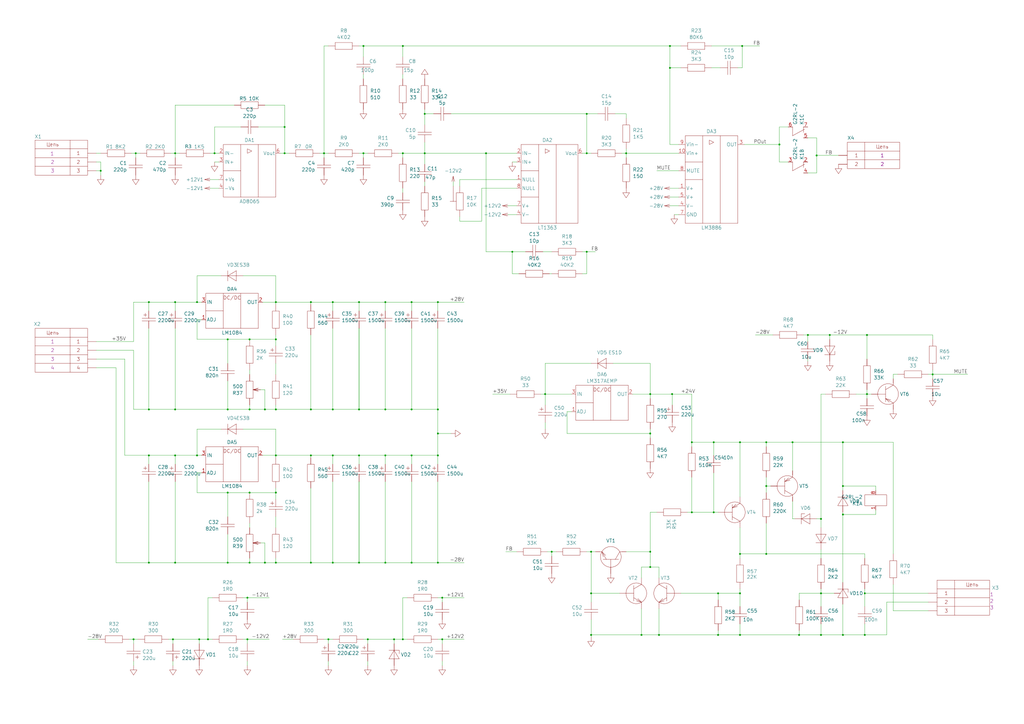
<source format=kicad_sch>
(kicad_sch (version 20231120) (generator "eeschema") (generator_version "8.0")
  (paper "A2")
  (junction (at 476.25 300.99))
  (junction (at 340.36 66.04))
  (junction (at 246.38 66.04))
  (junction (at 223.52 326.39))
  (junction (at 473.71 90.17))
  (junction (at 429.26 368.3))
  (junction (at 77.47 370.84))
  (junction (at 401.32 256.54))
  (junction (at 153.67 237.49))
  (junction (at 144.78 196.85))
  (junction (at 208.28 237.49))
  (junction (at 132.08 285.75))
  (junction (at 101.6 326.39))
  (junction (at 254 264.16))
  (junction (at 372.11 368.3))
  (junction (at 160.02 237.49))
  (junction (at 160.02 326.39))
  (junction (at 160.02 285.75))
  (junction (at 115.57 370.84))
  (junction (at 382.27 368.3))
  (junction (at 444.5 256.54))
  (junction (at 452.12 83.82))
  (junction (at 254 251.46))
  (junction (at 481.33 194.31))
  (junction (at 416.56 368.3))
  (junction (at 377.19 228.6))
  (junction (at 377.19 328.93))
  (junction (at 377.19 251.46))
  (junction (at 281.94 88.9))
  (junction (at 100.33 370.84))
  (junction (at 388.62 26.67))
  (junction (at 180.34 237.49))
  (junction (at 160.02 196.85))
  (junction (at 476.25 368.3))
  (junction (at 342.9 344.17))
  (junction (at 316.23 228.6))
  (junction (at 401.32 297.18))
  (junction (at 180.34 326.39))
  (junction (at 340.36 88.9))
  (junction (at 414.02 256.54))
  (junction (at 502.92 228.6))
  (junction (at 488.95 256.54))
  (junction (at 208.28 264.16))
  (junction (at 165.1 73.66))
  (junction (at 86.36 175.26))
  (junction (at 144.78 237.49))
  (junction (at 414.02 297.18))
  (junction (at 213.36 370.84))
  (junction (at 223.52 237.49))
  (junction (at 389.89 228.6))
  (junction (at 429.26 344.17))
  (junction (at 468.63 194.31))
  (junction (at 342.9 320.04))
  (junction (at 223.52 175.26))
  (junction (at 444.5 321.31))
  (junction (at 210.82 26.67))
  (junction (at 541.02 217.17))
  (junction (at 124.46 88.9))
  (junction (at 476.25 344.17))
  (junction (at 223.52 264.16))
  (junction (at 416.56 344.17))
  (junction (at 193.04 326.39))
  (junction (at 144.78 326.39))
  (junction (at 254 237.49))
  (junction (at 342.9 368.3))
  (junction (at 208.28 326.39))
  (junction (at 114.3 264.16))
  (junction (at 254 326.39))
  (junction (at 429.26 321.31))
  (junction (at 254 175.26))
  (junction (at 180.34 264.16))
  (junction (at 187.96 88.9))
  (junction (at 143.51 346.71))
  (junction (at 165.1 88.9))
  (junction (at 238.76 237.49))
  (junction (at 58.42 99.06))
  (junction (at 488.95 281.94))
  (junction (at 86.36 326.39))
  (junction (at 208.28 175.26))
  (junction (at 340.36 146.05))
  (junction (at 501.65 368.3))
  (junction (at 233.68 370.84))
  (junction (at 101.6 88.9))
  (junction (at 233.68 26.67))
  (junction (at 180.34 175.26))
  (junction (at 388.62 39.37))
  (junction (at 132.08 237.49))
  (junction (at 193.04 264.16))
  (junction (at 459.74 256.54))
  (junction (at 246.38 88.9))
  (junction (at 377.19 320.04))
  (junction (at 228.6 370.84))
  (junction (at 114.3 175.26))
  (junction (at 238.76 175.26))
  (junction (at 101.6 237.49))
  (junction (at 193.04 237.49))
  (junction (at 190.5 370.84))
  (junction (at 132.08 196.85))
  (junction (at 101.6 175.26))
  (junction (at 101.6 264.16))
  (junction (at 153.67 326.39))
  (junction (at 429.26 256.54))
  (junction (at 256.54 346.71))
  (junction (at 463.55 368.3))
  (junction (at 86.36 264.16))
  (junction (at 144.78 285.75))
  (junction (at 430.53 26.67))
  (junction (at 320.04 320.04))
  (junction (at 160.02 175.26))
  (junction (at 488.95 298.45))
  (junction (at 160.02 264.16))
  (junction (at 210.82 88.9))
  (junction (at 238.76 326.39))
  (junction (at 238.76 264.16))
  (junction (at 193.04 175.26))
  (junction (at 501.65 344.17))
  (junction (at 132.08 326.39))
  (junction (at 502.92 194.31))
  (junction (at 488.95 368.3))
  (junction (at 86.36 237.49))
  (junction (at 363.22 88.9))
  (junction (at 256.54 370.84))
  (junction (at 78.74 88.9))
  (junction (at 444.5 281.94))
  (junction (at 143.51 370.84))
  (junction (at 233.68 88.9))
  (junction (at 120.65 370.84))
  (junction (at 297.18 146.05))
  (wire (pts (xy 279.4 109.22) (xy 279.4 128.27)))
  (wire (pts (xy 459.74 300.99) (xy 461.01 300.99)))
  (wire (pts (xy 518.16 256.54) (xy 518.16 321.31)))
  (wire (pts (xy 254 175.26) (xy 269.24 175.26)))
  (wire (pts (xy 429.26 361.95) (xy 429.26 368.3)))
  (wire (pts (xy 165.1 60.96) (xy 165.1 73.66)))
  (wire (pts (xy 266.7 104.14) (xy 266.7 107.95)))
  (wire (pts (xy 473.71 80.01) (xy 473.71 90.17)))
  (wire (pts (xy 153.67 314.96) (xy 153.67 326.39)))
  (wire (pts (xy 208.28 175.26) (xy 223.52 175.26)))
  (wire (pts (xy 100.33 386.08) (xy 100.33 383.54)))
  (wire (pts (xy 299.72 109.22) (xy 279.4 109.22)))
  (wire (pts (xy 77.47 175.26) (xy 86.36 175.26)))
  (wire (pts (xy 429.26 368.3) (xy 463.55 368.3)))
  (wire (pts (xy 128.27 248.92) (xy 114.3 248.92)))
  (wire (pts (xy 58.42 99.06) (xy 58.42 101.6)))
  (wire (pts (xy 160.02 326.39) (xy 160.02 323.85)))
  (wire (pts (xy 372.11 353.06) (xy 372.11 368.3)))
  (wire (pts (xy 342.9 344.17) (xy 359.41 344.17)))
  (wire (pts (xy 316.23 210.82) (xy 316.23 228.6)))
  (wire (pts (xy 160.02 196.85) (xy 160.02 200.66)))
  (wire (pts (xy 128.27 160.02) (xy 114.3 160.02)))
  (wire (pts (xy 151.13 226.06) (xy 153.67 226.06)))
  (wire (pts (xy 238.76 264.16) (xy 238.76 269.24)))
  (wire (pts (xy 132.08 309.88) (xy 132.08 326.39)))
  (wire (pts (xy 143.51 346.71) (xy 143.51 349.25)))
  (wire (pts (xy 114.3 185.42) (xy 114.3 196.85)))
  (wire (pts (xy 160.02 264.16) (xy 180.34 264.16)))
  (wire (pts (xy 481.33 196.85) (xy 481.33 194.31)))
  (wire (pts (xy 444.5 303.53) (xy 444.5 321.31)))
  (wire (pts (xy 55.88 213.36) (xy 67.31 213.36)))
  (wire (pts (xy 388.62 114.3) (xy 393.7 114.3)))
  (wire (pts (xy 481.33 194.31) (xy 502.92 194.31)))
  (wire (pts (xy 193.04 237.49) (xy 208.28 237.49)))
  (wire (pts (xy 233.68 346.71) (xy 233.68 370.84)))
  (wire (pts (xy 140.97 346.71) (xy 143.51 346.71)))
  (wire (pts (xy 316.23 245.11) (xy 316.23 248.92)))
  (wire (pts (xy 121.92 104.14) (xy 127 104.14)))
  (wire (pts (xy 144.78 285.75) (xy 160.02 285.75)))
  (wire (pts (xy 160.02 194.31) (xy 160.02 196.85)))
  (wire (pts (xy 160.02 264.16) (xy 160.02 265.43)))
  (wire (pts (xy 163.83 370.84) (xy 170.18 370.84)))
  (wire (pts (xy 193.04 264.16) (xy 193.04 269.24)))
  (wire (pts (xy 293.37 320.04) (xy 299.72 320.04)))
  (wire (pts (xy 463.55 347.98) (xy 463.55 344.17)))
  (wire (pts (xy 473.71 90.17) (xy 473.71 100.33)))
  (wire (pts (xy 101.6 88.9) (xy 101.6 91.44)))
  (wire (pts (xy 77.47 237.49) (xy 77.47 203.2)))
  (wire (pts (xy 281.94 88.9) (xy 281.94 146.05)))
  (wire (pts (xy 313.69 228.6) (xy 316.23 228.6)))
  (wire (pts (xy 233.68 88.9) (xy 246.38 88.9)))
  (wire (pts (xy 254 175.26) (xy 254 180.34)))
  (wire (pts (xy 160.02 285.75) (xy 160.02 289.56)))
  (wire (pts (xy 190.5 370.84) (xy 193.04 370.84)))
  (wire (pts (xy 223.52 264.16) (xy 223.52 269.24)))
  (wire (pts (xy 256.54 346.71) (xy 269.24 346.71)))
  (wire (pts (xy 116.84 175.26) (xy 114.3 175.26)))
  (wire (pts (xy 501.65 344.17) (xy 538.48 344.17)))
  (wire (pts (xy 452.12 83.82) (xy 452.12 73.66)))
  (wire (pts (xy 208.28 264.16) (xy 223.52 264.16)))
  (wire (pts (xy 496.57 228.6) (xy 502.92 228.6)))
  (wire (pts (xy 256.54 386.08) (xy 256.54 383.54)))
  (wire (pts (xy 139.7 73.66) (xy 124.46 73.66)))
  (wire (pts (xy 444.5 256.54) (xy 444.5 259.08)))
  (wire (pts (xy 412.75 26.67) (xy 430.53 26.67)))
  (wire (pts (xy 414.02 256.54) (xy 414.02 264.16)))
  (wire (pts (xy 86.36 190.5) (xy 86.36 237.49)))
  (wire (pts (xy 377.19 251.46) (xy 377.19 248.92)))
  (wire (pts (xy 208.28 326.39) (xy 223.52 326.39)))
  (wire (pts (xy 143.51 370.84) (xy 156.21 370.84)))
  (wire (pts (xy 444.5 281.94) (xy 447.04 281.94)))
  (wire (pts (xy 254 370.84) (xy 256.54 370.84)))
  (wire (pts (xy 193.04 175.26) (xy 208.28 175.26)))
  (wire (pts (xy 502.92 194.31) (xy 541.02 194.31)))
  (wire (pts (xy 77.47 370.84) (xy 77.47 373.38)))
  (wire (pts (xy 101.6 60.96) (xy 101.6 88.9)))
  (wire (pts (xy 279.4 128.27) (xy 266.7 128.27)))
  (wire (pts (xy 254 264.16) (xy 254 269.24)))
  (wire (pts (xy 501.65 321.31) (xy 501.65 323.85)))
  (wire (pts (xy 238.76 279.4) (xy 238.76 326.39)))
  (wire (pts (xy 86.36 279.4) (xy 86.36 326.39)))
  (wire (pts (xy 377.19 320.04) (xy 377.19 328.93)))
  (wire (pts (xy 153.67 60.96) (xy 165.1 60.96)))
  (wire (pts (xy 210.82 26.67) (xy 233.68 26.67)))
  (wire (pts (xy 233.68 88.9) (xy 233.68 91.44)))
  (wire (pts (xy 208.28 175.26) (xy 208.28 180.34)))
  (wire (pts (xy 541.02 194.31) (xy 541.02 196.85)))
  (wire (pts (xy 238.76 237.49) (xy 254 237.49)))
  (wire (pts (xy 223.52 264.16) (xy 238.76 264.16)))
  (wire (pts (xy 143.51 346.71) (xy 156.21 346.71)))
  (wire (pts (xy 414.02 297.18) (xy 416.56 297.18)))
  (wire (pts (xy 256.54 370.84) (xy 256.54 373.38)))
  (wire (pts (xy 502.92 228.6) (xy 502.92 231.14)))
  (wire (pts (xy 297.18 93.98) (xy 299.72 93.98)))
  (wire (pts (xy 372.11 328.93) (xy 372.11 335.28)))
  (wire (pts (xy 246.38 95.25) (xy 246.38 88.9)))
  (wire (pts (xy 223.52 175.26) (xy 238.76 175.26)))
  (wire (pts (xy 144.78 196.85) (xy 160.02 196.85)))
  (wire (pts (xy 238.76 190.5) (xy 238.76 237.49)))
  (wire (pts (xy 152.4 175.26) (xy 160.02 175.26)))
  (wire (pts (xy 501.65 368.3) (xy 501.65 361.95)))
  (wire (pts (xy 55.88 99.06) (xy 58.42 99.06)))
  (wire (pts (xy 99.06 88.9) (xy 101.6 88.9)))
  (wire (pts (xy 233.68 43.18) (xy 233.68 45.72)))
  (wire (pts (xy 208.28 190.5) (xy 208.28 237.49)) (stroke (width 0.254)))
  (wire (pts (xy 67.31 326.39) (xy 86.36 326.39)))
  (wire (pts (xy 210.82 88.9) (xy 210.82 91.44)))
  (wire (pts (xy 135.89 60.96) (xy 101.6 60.96)))
  (wire (pts (xy 538.48 217.17) (xy 541.02 217.17)))
  (wire (pts (xy 391.16 124.46) (xy 393.7 124.46)))
  (wire (pts (xy 508 295.91) (xy 508 298.45)))
  (wire (pts (xy 123.19 346.71) (xy 120.65 346.71)))
  (wire (pts (xy 377.19 251.46) (xy 377.19 254)))
  (wire (pts (xy 382.27 335.28) (xy 382.27 328.93)))
  (wire (pts (xy 388.62 39.37) (xy 394.97 39.37)))
  (wire (pts (xy 363.22 88.9) (xy 393.7 88.9)))
  (wire (pts (xy 538.48 349.25) (xy 514.35 349.25)))
  (wire (pts (xy 372.11 328.93) (xy 377.19 328.93)))
  (wire (pts (xy 238.76 175.26) (xy 254 175.26)))
  (wire (pts (xy 430.53 26.67) (xy 440.69 26.67)))
  (wire (pts (xy 132.08 220.98) (xy 132.08 237.49)))
  (wire (pts (xy 468.63 194.31) (xy 481.33 194.31)))
  (wire (pts (xy 452.12 93.98) (xy 452.12 83.82)))
  (wire (pts (xy 160.02 160.02) (xy 160.02 175.26)))
  (wire (pts (xy 121.92 88.9) (xy 124.46 88.9)))
  (wire (pts (xy 115.57 370.84) (xy 115.57 373.38)))
  (wire (pts (xy 514.35 349.25) (xy 514.35 368.3)))
  (wire (pts (xy 223.52 190.5) (xy 223.52 237.49)))
  (wire (pts (xy 160.02 210.82) (xy 160.02 217.17)))
  (wire (pts (xy 144.78 323.85) (xy 144.78 326.39)))
  (wire (pts (xy 140.97 160.02) (xy 160.02 160.02)))
  (wire (pts (xy 213.36 370.84) (xy 213.36 373.38)))
  (wire (pts (xy 468.63 209.55) (xy 468.63 208.28)))
  (wire (pts (xy 476.25 228.6) (xy 478.79 228.6)))
  (wire (pts (xy 372.11 368.3) (xy 382.27 368.3)))
  (wire (pts (xy 377.19 328.93) (xy 382.27 328.93)))
  (wire (pts (xy 132.08 285.75) (xy 132.08 299.72)))
  (wire (pts (xy 318.77 158.75) (xy 320.04 158.75)))
  (wire (pts (xy 488.95 281.94) (xy 488.95 284.48)))
  (wire (pts (xy 58.42 93.98) (xy 58.42 99.06)))
  (wire (pts (xy 389.89 228.6) (xy 389.89 234.95)))
  (wire (pts (xy 190.5 26.67) (xy 187.96 26.67)))
  (wire (pts (xy 223.52 237.49) (xy 238.76 237.49)))
  (wire (pts (xy 541.02 217.17) (xy 561.34 217.17)))
  (wire (pts (xy 114.3 274.32) (xy 114.3 285.75)))
  (wire (pts (xy 429.26 344.17) (xy 416.56 344.17)))
  (wire (pts (xy 541.02 214.63) (xy 541.02 217.17)))
  (wire (pts (xy 340.36 66.04) (xy 340.36 88.9)))
  (wire (pts (xy 457.2 73.66) (xy 452.12 73.66)))
  (wire (pts (xy 444.5 256.54) (xy 459.74 256.54)))
  (wire (pts (xy 430.53 39.37) (xy 430.53 26.67)))
  (wire (pts (xy 388.62 39.37) (xy 388.62 83.82)))
  (wire (pts (xy 152.4 264.16) (xy 160.02 264.16)))
  (wire (pts (xy 331.47 238.76) (xy 328.93 238.76)))
  (wire (pts (xy 388.62 26.67) (xy 394.97 26.67)))
  (wire (pts (xy 55.88 88.9) (xy 58.42 88.9)))
  (wire (pts (xy 541.02 217.17) (xy 541.02 219.71)))
  (wire (pts (xy 149.86 73.66) (xy 165.1 73.66)))
  (wire (pts (xy 463.55 365.76) (xy 463.55 368.3)))
  (wire (pts (xy 476.25 341.63) (xy 476.25 344.17)))
  (wire (pts (xy 502.92 194.31) (xy 502.92 208.28)))
  (wire (pts (xy 115.57 370.84) (xy 120.65 370.84)))
  (wire (pts (xy 388.62 119.38) (xy 393.7 119.38)))
  (wire (pts (xy 508 281.94) (xy 508 284.48)))
  (wire (pts (xy 143.51 370.84) (xy 143.51 373.38)))
  (wire (pts (xy 121.92 109.22) (xy 127 109.22)))
  (wire (pts (xy 180.34 175.26) (xy 180.34 176.53)))
  (wire (pts (xy 488.95 298.45) (xy 508 298.45)))
  (wire (pts (xy 340.36 320.04) (xy 342.9 320.04)))
  (wire (pts (xy 294.64 124.46) (xy 299.72 124.46)))
  (wire (pts (xy 401.32 256.54) (xy 401.32 259.08)))
  (wire (pts (xy 473.71 300.99) (xy 476.25 300.99)))
  (wire (pts (xy 342.9 369.57) (xy 342.9 368.3)))
  (wire (pts (xy 185.42 88.9) (xy 187.96 88.9)))
  (wire (pts (xy 213.36 370.84) (xy 228.6 370.84)))
  (wire (pts (xy 444.5 321.31) (xy 429.26 321.31)))
  (wire (pts (xy 476.25 368.3) (xy 488.95 368.3)))
  (wire (pts (xy 401.32 276.86) (xy 401.32 297.18)))
  (wire (pts (xy 210.82 88.9) (xy 213.36 88.9)))
  (wire (pts (xy 210.82 43.18) (xy 210.82 45.72)))
  (wire (pts (xy 337.82 158.75) (xy 340.36 158.75)))
  (wire (pts (xy 320.04 322.58) (xy 320.04 320.04)))
  (wire (pts (xy 180.34 237.49) (xy 193.04 237.49)))
  (wire (pts (xy 153.67 226.06) (xy 153.67 237.49)))
  (wire (pts (xy 97.79 370.84) (xy 100.33 370.84)))
  (wire (pts (xy 476.25 344.17) (xy 483.87 344.17)))
  (wire (pts (xy 193.04 190.5) (xy 193.04 237.49)))
  (wire (pts (xy 468.63 80.01) (xy 473.71 80.01)))
  (wire (pts (xy 187.96 26.67) (xy 187.96 88.9)))
  (wire (pts (xy 476.25 344.17) (xy 476.25 351.79)))
  (wire (pts (xy 488.95 256.54) (xy 459.74 256.54)))
  (wire (pts (xy 463.55 368.3) (xy 476.25 368.3)))
  (wire (pts (xy 144.78 303.53) (xy 144.78 306.07)))
  (wire (pts (xy 208.28 26.67) (xy 210.82 26.67)))
  (wire (pts (xy 262.89 105.41) (xy 262.89 107.95)))
  (wire (pts (xy 377.19 320.04) (xy 377.19 297.18)))
  (wire (pts (xy 457.2 93.98) (xy 452.12 93.98)))
  (wire (pts (xy 208.28 264.16) (xy 208.28 269.24)))
  (wire (pts (xy 501.65 344.17) (xy 501.65 351.79)))
  (wire (pts (xy 132.08 196.85) (xy 132.08 210.82)))
  (wire (pts (xy 116.84 185.42) (xy 114.3 185.42)))
  (wire (pts (xy 342.9 320.04) (xy 345.44 320.04)))
  (wire (pts (xy 297.18 146.05) (xy 304.8 146.05)))
  (wire (pts (xy 233.68 26.67) (xy 388.62 26.67)))
  (wire (pts (xy 448.31 194.31) (xy 438.15 194.31)))
  (wire (pts (xy 160.02 299.72) (xy 160.02 306.07)))
  (wire (pts (xy 459.74 256.54) (xy 459.74 273.05)))
  (wire (pts (xy 254 251.46) (xy 254 264.16)))
  (wire (pts (xy 100.33 370.84) (xy 100.33 373.38)))
  (wire (pts (xy 388.62 109.22) (xy 393.7 109.22)))
  (wire (pts (xy 285.75 228.6) (xy 295.91 228.6)))
  (wire (pts (xy 101.6 237.49) (xy 86.36 237.49)))
  (wire (pts (xy 236.22 346.71) (xy 233.68 346.71)))
  (wire (pts (xy 429.26 321.31) (xy 429.26 323.85)))
  (wire (pts (xy 488.95 298.45) (xy 488.95 337.82)))
  (wire (pts (xy 340.36 146.05) (xy 345.44 146.05)))
  (wire (pts (xy 342.9 359.41) (xy 342.9 368.3)))
  (wire (pts (xy 160.02 175.26) (xy 180.34 175.26)))
  (wire (pts (xy 377.19 297.18) (xy 381 297.18)))
  (wire (pts (xy 153.67 326.39) (xy 160.02 326.39)))
  (wire (pts (xy 55.88 198.12) (xy 77.47 198.12)))
  (wire (pts (xy 377.19 228.6) (xy 389.89 228.6)))
  (wire (pts (xy 356.87 66.04) (xy 363.22 66.04)))
  (wire (pts (xy 160.02 237.49) (xy 160.02 234.95)))
  (wire (pts (xy 476.25 318.77) (xy 476.25 323.85)))
  (wire (pts (xy 180.34 264.16) (xy 193.04 264.16)))
  (wire (pts (xy 231.14 88.9) (xy 233.68 88.9)))
  (wire (pts (xy 300.99 158.75) (xy 297.18 158.75)))
  (wire (pts (xy 160.02 283.21) (xy 160.02 285.75)))
  (wire (pts (xy 162.56 88.9) (xy 165.1 88.9)))
  (wire (pts (xy 77.47 203.2) (xy 55.88 203.2)))
  (wire (pts (xy 86.36 237.49) (xy 77.47 237.49)))
  (wire (pts (xy 114.3 285.75) (xy 132.08 285.75)))
  (wire (pts (xy 77.47 370.84) (xy 80.01 370.84)))
  (wire (pts (xy 144.78 234.95) (xy 144.78 237.49)))
  (wire (pts (xy 180.34 264.16) (xy 180.34 265.43)))
  (wire (pts (xy 101.6 264.16) (xy 86.36 264.16)))
  (wire (pts (xy 151.13 314.96) (xy 153.67 314.96)))
  (wire (pts (xy 228.6 373.38) (xy 228.6 370.84)))
  (wire (pts (xy 160.02 248.92) (xy 160.02 264.16)))
  (wire (pts (xy 132.08 196.85) (xy 144.78 196.85)))
  (wire (pts (xy 340.36 88.9) (xy 342.9 88.9)))
  (wire (pts (xy 120.65 346.71) (xy 120.65 370.84)))
  (wire (pts (xy 429.26 256.54) (xy 429.26 288.29)))
  (wire (pts (xy 502.92 228.6) (xy 505.46 228.6)))
  (wire (pts (xy 246.38 66.04) (xy 251.46 66.04)))
  (wire (pts (xy 86.36 175.26) (xy 86.36 180.34)))
  (wire (pts (xy 342.9 368.3) (xy 372.11 368.3)))
  (wire (pts (xy 266.7 128.27) (xy 266.7 125.73)))
  (wire (pts (xy 363.22 320.04) (xy 377.19 320.04)))
  (wire (pts (xy 473.71 90.17) (xy 486.41 90.17)))
  (wire (pts (xy 416.56 368.3) (xy 429.26 368.3)))
  (wire (pts (xy 114.3 160.02) (xy 114.3 175.26)))
  (wire (pts (xy 116.84 264.16) (xy 114.3 264.16)))
  (wire (pts (xy 124.46 73.66) (xy 124.46 88.9)))
  (wire (pts (xy 316.23 228.6) (xy 331.47 228.6)))
  (wire (pts (xy 398.78 297.18) (xy 401.32 297.18)))
  (wire (pts (xy 238.76 326.39) (xy 254 326.39)))
  (wire (pts (xy 153.67 237.49) (xy 160.02 237.49)))
  (wire (pts (xy 193.04 326.39) (xy 208.28 326.39)))
  (wire (pts (xy 360.68 88.9) (xy 363.22 88.9)))
  (wire (pts (xy 401.32 297.18) (xy 414.02 297.18)))
  (wire (pts (xy 165.1 73.66) (xy 165.1 88.9)))
  (wire (pts (xy 382.27 368.3) (xy 382.27 353.06)))
  (wire (pts (xy 254 346.71) (xy 256.54 346.71)))
  (wire (pts (xy 431.8 83.82) (xy 452.12 83.82)))
  (wire (pts (xy 132.08 285.75) (xy 144.78 285.75)))
  (wire (pts (xy 518.16 217.17) (xy 518.16 219.71)))
  (wire (pts (xy 254 251.46) (xy 261.62 251.46)))
  (wire (pts (xy 78.74 88.9) (xy 81.28 88.9)))
  (wire (pts (xy 389.89 228.6) (xy 401.32 228.6)))
  (wire (pts (xy 377.19 210.82) (xy 377.19 228.6)))
  (wire (pts (xy 401.32 228.6) (xy 401.32 256.54)))
  (wire (pts (xy 246.38 88.9) (xy 281.94 88.9)))
  (wire (pts (xy 116.84 274.32) (xy 114.3 274.32)))
  (wire (pts (xy 50.8 370.84) (xy 57.15 370.84)))
  (wire (pts (xy 388.62 26.67) (xy 388.62 39.37)))
  (wire (pts (xy 382.27 368.3) (xy 416.56 368.3)))
  (wire (pts (xy 363.22 88.9) (xy 363.22 91.44)))
  (wire (pts (xy 144.78 214.63) (xy 144.78 217.17)))
  (wire (pts (xy 208.28 88.9) (xy 210.82 88.9)))
  (wire (pts (xy 132.08 237.49) (xy 101.6 237.49)))
  (wire (pts (xy 488.95 297.18) (xy 488.95 298.45)))
  (wire (pts (xy 377.19 228.6) (xy 377.19 231.14)))
  (wire (pts (xy 381 99.06) (xy 393.7 99.06)))
  (wire (pts (xy 463.55 344.17) (xy 476.25 344.17)))
  (wire (pts (xy 340.36 146.05) (xy 337.82 146.05)))
  (wire (pts (xy 190.5 386.08) (xy 190.5 383.54)))
  (wire (pts (xy 320.04 320.04) (xy 322.58 320.04)))
  (wire (pts (xy 394.97 344.17) (xy 416.56 344.17)))
  (wire (pts (xy 223.52 279.4) (xy 223.52 326.39)))
  (wire (pts (xy 180.34 175.26) (xy 193.04 175.26)))
  (wire (pts (xy 317.5 320.04) (xy 320.04 320.04)))
  (wire (pts (xy 476.25 368.3) (xy 476.25 361.95)))
  (wire (pts (xy 340.36 158.75) (xy 340.36 146.05)))
  (wire (pts (xy 115.57 370.84) (xy 100.33 370.84)))
  (wire (pts (xy 314.96 146.05) (xy 320.04 146.05)))
  (wire (pts (xy 187.96 370.84) (xy 190.5 370.84)))
  (wire (pts (xy 74.93 370.84) (xy 77.47 370.84)))
  (wire (pts (xy 256.54 370.84) (xy 269.24 370.84)))
  (wire (pts (xy 488.95 281.94) (xy 508 281.94)))
  (wire (pts (xy 223.52 326.39) (xy 238.76 326.39)))
  (wire (pts (xy 210.82 370.84) (xy 213.36 370.84)))
  (wire (pts (xy 143.51 386.08) (xy 143.51 383.54)))
  (wire (pts (xy 55.88 208.28) (xy 72.39 208.28)))
  (wire (pts (xy 144.78 237.49) (xy 153.67 237.49)))
  (wire (pts (xy 238.76 264.16) (xy 254 264.16)))
  (wire (pts (xy 254 326.39) (xy 269.24 326.39)))
  (wire (pts (xy 488.95 368.3) (xy 501.65 368.3)))
  (wire (pts (xy 101.6 326.39) (xy 86.36 326.39)))
  (wire (pts (xy 210.82 33.02) (xy 210.82 26.67)))
  (wire (pts (xy 78.74 88.9) (xy 78.74 91.44)))
  (wire (pts (xy 429.26 344.17) (xy 429.26 351.79)))
  (wire (pts (xy 140.97 248.92) (xy 160.02 248.92)))
  (wire (pts (xy 193.04 279.4) (xy 193.04 326.39)))
  (wire (pts (xy 468.63 100.33) (xy 473.71 100.33)))
  (wire (pts (xy 363.22 86.36) (xy 363.22 88.9)))
  (wire (pts (xy 246.38 82.55) (xy 246.38 88.9)))
  (wire (pts (xy 518.16 354.33) (xy 538.48 354.33)))
  (wire (pts (xy 316.23 228.6) (xy 316.23 234.95)))
  (wire (pts (xy 101.6 175.26) (xy 86.36 175.26)))
  (wire (pts (xy 346.71 66.04) (xy 340.36 66.04)))
  (wire (pts (xy 165.1 88.9) (xy 167.64 88.9)))
  (wire (pts (xy 72.39 208.28) (xy 72.39 264.16)))
  (wire (pts (xy 187.96 88.9) (xy 190.5 88.9)))
  (wire (pts (xy 140.97 370.84) (xy 143.51 370.84)))
  (wire (pts (xy 233.68 33.02) (xy 233.68 26.67)))
  (wire (pts (xy 180.34 326.39) (xy 193.04 326.39)))
  (wire (pts (xy 132.08 326.39) (xy 144.78 326.39)))
  (wire (pts (xy 476.25 300.99) (xy 476.25 228.6)))
  (wire (pts (xy 246.38 105.41) (xy 246.38 107.95)))
  (wire (pts (xy 114.3 196.85) (xy 132.08 196.85)))
  (wire (pts (xy 355.6 210.82) (xy 377.19 210.82)))
  (wire (pts (xy 233.68 370.84) (xy 236.22 370.84)))
  (wire (pts (xy 299.72 104.14) (xy 266.7 104.14)))
  (wire (pts (xy 55.88 93.98) (xy 58.42 93.98)))
  (wire (pts (xy 261.62 66.04) (xy 340.36 66.04)))
  (wire (pts (xy 213.36 386.08) (xy 213.36 383.54)))
  (wire (pts (xy 77.47 198.12) (xy 77.47 175.26)))
  (wire (pts (xy 393.7 83.82) (xy 388.62 83.82)))
  (wire (pts (xy 72.39 264.16) (xy 86.36 264.16)))
  (wire (pts (xy 124.46 93.98) (xy 127 93.98)))
  (wire (pts (xy 342.9 344.17) (xy 342.9 349.25)))
  (wire (pts (xy 328.93 238.76) (xy 328.93 251.46)))
  (wire (pts (xy 190.5 370.84) (xy 190.5 373.38)))
  (wire (pts (xy 193.04 175.26) (xy 193.04 180.34)))
  (wire (pts (xy 223.52 175.26) (xy 223.52 180.34)))
  (wire (pts (xy 256.54 346.71) (xy 256.54 349.25)))
  (wire (pts (xy 101.6 190.5) (xy 101.6 237.49)))
  (wire (pts (xy 518.16 339.09) (xy 518.16 354.33)))
  (wire (pts (xy 144.78 326.39) (xy 153.67 326.39)))
  (wire (pts (xy 254 237.49) (xy 254 190.5)))
  (wire (pts (xy 101.6 279.4) (xy 101.6 326.39)))
  (wire (pts (xy 520.7 217.17) (xy 518.16 217.17)))
  (wire (pts (xy 228.6 370.84) (xy 233.68 370.84)))
  (wire (pts (xy 281.94 88.9) (xy 299.72 88.9)))
  (wire (pts (xy 412.75 39.37) (xy 417.83 39.37)))
  (wire (pts (xy 429.26 306.07) (xy 429.26 321.31)))
  (wire (pts (xy 518.16 256.54) (xy 488.95 256.54)))
  (wire (pts (xy 254 326.39) (xy 254 279.4)))
  (wire (pts (xy 208.28 279.4) (xy 208.28 326.39)) (stroke (width 0.254)))
  (wire (pts (xy 468.63 194.31) (xy 468.63 198.12)))
  (wire (pts (xy 459.74 290.83) (xy 459.74 300.99)))
  (wire (pts (xy 297.18 158.75) (xy 297.18 146.05)))
  (wire (pts (xy 367.03 228.6) (xy 377.19 228.6)))
  (wire (pts (xy 233.68 109.22) (xy 233.68 111.76)))
  (wire (pts (xy 501.65 341.63) (xy 501.65 344.17)))
  (wire (pts (xy 132.08 326.39) (xy 101.6 326.39)))
  (wire (pts (xy 414.02 274.32) (xy 414.02 297.18)))
  (wire (pts (xy 67.31 213.36) (xy 67.31 326.39)))
  (wire (pts (xy 488.95 350.52) (xy 488.95 368.3)))
  (wire (pts (xy 427.99 39.37) (xy 430.53 39.37)))
  (wire (pts (xy 238.76 175.26) (xy 238.76 180.34)))
  (wire (pts (xy 86.36 264.16) (xy 86.36 269.24)))
  (wire (pts (xy 101.6 264.16) (xy 101.6 269.24)))
  (wire (pts (xy 254 237.49) (xy 254 251.46)))
  (wire (pts (xy 132.08 237.49) (xy 144.78 237.49)))
  (wire (pts (xy 101.6 88.9) (xy 104.14 88.9)))
  (wire (pts (xy 246.38 66.04) (xy 246.38 72.39)))
  (wire (pts (xy 340.36 88.9) (xy 337.82 88.9)))
  (wire (pts (xy 488.95 256.54) (xy 488.95 281.94)))
  (wire (pts (xy 328.93 251.46) (xy 377.19 251.46)))
  (wire (pts (xy 160.02 326.39) (xy 180.34 326.39)))
  (wire (pts (xy 294.64 119.38) (xy 299.72 119.38)))
  (wire (pts (xy 114.3 175.26) (xy 101.6 175.26)))
  (wire (pts (xy 502.92 226.06) (xy 502.92 228.6)))
  (wire (pts (xy 444.5 321.31) (xy 501.65 321.31)))
  (wire (pts (xy 160.02 175.26) (xy 160.02 176.53)))
  (wire (pts (xy 514.35 368.3) (xy 501.65 368.3)))
  (wire (pts (xy 342.9 320.04) (xy 342.9 344.17)))
  (wire (pts (xy 416.56 344.17) (xy 416.56 347.98)))
  (wire (pts (xy 416.56 365.76) (xy 416.56 368.3)))
  (wire (pts (xy 180.34 194.31) (xy 180.34 237.49)))
  (wire (pts (xy 363.22 66.04) (xy 363.22 68.58)))
  (wire (pts (xy 114.3 264.16) (xy 101.6 264.16)))
  (wire (pts (xy 429.26 256.54) (xy 444.5 256.54)))
  (wire (pts (xy 101.6 175.26) (xy 101.6 180.34)))
  (wire (pts (xy 476.25 300.99) (xy 476.25 306.07)))
  (wire (pts (xy 114.3 248.92) (xy 114.3 264.16)))
  (wire (pts (xy 444.5 281.94) (xy 444.5 285.75)))
  (wire (pts (xy 76.2 88.9) (xy 78.74 88.9)))
  (wire (pts (xy 414.02 256.54) (xy 429.26 256.54)))
  (wire (pts (xy 208.28 237.49) (xy 223.52 237.49)))
  (wire (pts (xy 401.32 256.54) (xy 414.02 256.54)))
  (wire (pts (xy 281.94 146.05) (xy 297.18 146.05)))
  (wire (pts (xy 444.5 276.86) (xy 444.5 281.94)))
  (wire (pts (xy 77.47 386.08) (xy 77.47 383.54)))
  (wire (pts (xy 124.46 88.9) (xy 127 88.9)))
  (wire (pts (xy 468.63 194.31) (xy 466.09 194.31)))
  (wire (pts (xy 429.26 341.63) (xy 429.26 344.17)))
  (wire (pts (xy 120.65 370.84) (xy 123.19 370.84)))
  (wire (pts (xy 180.34 283.21) (xy 180.34 326.39)))
  (wire (pts (xy 193.04 264.16) (xy 208.28 264.16)))
  (wire (pts (xy 187.96 88.9) (xy 187.96 91.44)))
  (wire (pts (xy 160.02 237.49) (xy 180.34 237.49)))
  (wire (pts (xy 246.38 63.5) (xy 246.38 66.04)))
  (wire (pts (xy 342.9 210.82) (xy 316.23 210.82)))
  (label "+35V" (at 285.75 228.6 0) (effects (font (size 2.032 2.032))))
  (label "MUTE" (at 381 99.06 0) (effects (font (size 2.032 2.032))))
  (label "MUTE" (at 561.34 217.17 180) (effects (font (size 2.032 2.032))))
  (label "+35V" (at 64.77 198.12 0) (effects (font (size 2.032 2.032))))
  (label "+28V" (at 269.24 175.26 180) (effects (font (size 2.032 2.032))))
  (label "-12V" (at 491.49 194.31 180) (effects (font (size 2.032 2.032))))
  (label "FB" (at 478.79 90.17 0) (effects (font (size 2.032 2.032))))
  (label "+12V2" (at 269.24 370.84 180) (effects (font (size 2.032 2.032))))
  (label "FB" (at 293.37 320.04 0) (effects (font (size 2.032 2.032))))
  (label "+12V1" (at 269.24 346.71 180) (effects (font (size 2.032 2.032))))
  (label "FB" (at 342.9 146.05 0) (effects (font (size 2.032 2.032))))
  (label "-28V" (at 50.8 370.84 0) (effects (font (size 2.032 2.032))))
  (label "+28V" (at 163.83 370.84 0) (effects (font (size 2.032 2.032))))
  (label "-28V" (at 269.24 326.39 180) (effects (font (size 2.032 2.032))))
  (label "FB" (at 436.88 26.67 0) (effects (font (size 2.032 2.032))))
  (label "POut" (at 444.5 83.82 180) (effects (font (size 2.032 2.032))))
  (label "-12V2" (at 156.21 370.84 180) (effects (font (size 2.032 2.032))))
  (label "-12V1" (at 156.21 346.71 180) (effects (font (size 2.032 2.032))))
  (label "-28V" (at 438.15 194.31 0) (effects (font (size 2.032 2.032))))
  (label "+24V" (at 394.97 228.6 0) (effects (font (size 2.032 2.032))))
  (symbol (lib_id "Transistor_BJT_GOST:MMBTA06") (at 386.08 344.17 0) (mirror y) (unit 1)
    (property "Reference" "VT3" (at 388.62 335.28 0) (effects (font (size 2.0066 2.0066)) (justify left)))
    (property "Value" "MMBTA06" (effects (hide yes)))
    (property "Footprint" "Package_TO_SOT_SMD:SOT-23-3" (effects (hide yes)))
    (property "Description" "NPN" (effects (hide yes)))
  )
  (symbol (lib_id "Device_GOST:CP") (at 193.04 185.42 0) (unit 1)
    (property "Reference" "C35" (at 198.12 182.0164 0) (effects (font (size 2.0066 2.0066)) (justify left)))
    (property "Value" "1500u" (at 198.12 185.8264 0) (effects (font (size 2.0066 2.0066)) (justify left)))
    (property "Footprint" "Capacitor_THT:CP_Radial_D12.5mm_P5.00mm" (effects (hide yes)))
  )
  (symbol (lib_id "Device_GOST:CP") (at 223.52 185.42 0) (unit 1)
    (property "Reference" "C39" (at 228.6 182.0164 0) (effects (font (size 2.0066 2.0066)) (justify left)))
    (property "Value" "1500u" (at 228.6 185.8264 0) (effects (font (size 2.0066 2.0066)) (justify left)))
    (property "Footprint" "Capacitor_THT:CP_Radial_D12.5mm_P5.00mm" (effects (hide yes)))
  )
  (symbol (lib_id "Device_GOST:CP") (at 100.33 378.46 180) (unit 1)
    (property "Reference" "C21" (at 105.41 378.0536 0) (effects (font (size 2.0066 2.0066)) (justify right)))
    (property "Value" "220u" (at 105.41 381.8636 0) (effects (font (size 2.0066 2.0066)) (justify right)))
    (property "Footprint" "Capacitor_SMD:CP_Elec_8x10.5" (effects (hide yes)))
  )
  (symbol (lib_id "Device_GOST:R") (at 132.08 370.84 0) (unit 1)
    (property "Reference" "R27" (at 132.08 361.95 0) (effects (font (size 2.0066 2.0066))))
    (property "Value" "1R0" (at 132.08 365.76 0) (effects (font (size 2.0066 2.0066))))
    (property "Footprint" "Resistor_SMD:R_0805_2012Metric" (effects (hide yes)))
  )
  (symbol (lib_id "Device_GOST:R") (at 529.59 217.17 180) (unit 1)
    (property "Reference" "R62" (at 529.59 208.28 0) (effects (font (size 2.0066 2.0066))))
    (property "Value" "33" (at 529.59 212.09 0) (effects (font (size 2.0066 2.0066))))
    (property "Footprint" "Resistor_SMD:R_0805_2012Metric" (effects (hide yes)))
  )
  (symbol (lib_id "power_GOST:GND") (at 468.63 209.55 0) (mirror y) (unit 1)
    (property "Reference" "#PWR043" (effects (hide yes)))
    (property "Value" "GND" (effects (hide yes)))
  )
  (symbol (lib_id "Device_GOST:CP") (at 101.6 185.42 0) (unit 1)
    (property "Reference" "C29" (at 106.68 182.0164 0) (effects (font (size 2.0066 2.0066)) (justify left)))
    (property "Value" "2200u" (at 106.68 185.8264 0) (effects (font (size 2.0066 2.0066)) (justify left)))
    (property "Footprint" "Capacitor_THT:CP_Radial_D18.0mm_P7.50mm" (effects (hide yes)))
  )
  (symbol (lib_id "Device_GOST:VD") (at 476.25 312.42 90) (unit 1)
    (property "Reference" "VD7" (at 480.06 312.42 90) (effects (font (size 2.0066 2.0066)) (justify right)))
    (property "Value" "DL4148" (effects (hide yes)))
    (property "Footprint" "Diode_SMD:D_MiniMELF" (effects (hide yes)))
  )
  (symbol (lib_id "power_GOST:+12V") (at 121.92 104.14 90) (unit 1)
    (property "Reference" "#PWR04" (effects (hide yes)))
    (property "Value" "+12V1" (at 118.11 104.14 90) (effects (font (size 2.0066 2.0066)) (justify left)))
  )
  (symbol (lib_id "Device_GOST:R") (at 66.04 370.84 0) (unit 1)
    (property "Reference" "R32" (at 66.04 361.95 0) (effects (font (size 2.0066 2.0066))))
    (property "Value" "300" (at 66.04 365.76 0) (effects (font (size 2.0066 2.0066))))
    (property "Footprint" "Resistor_SMD:R_1210_3225Metric" (effects (hide yes)))
  )
  (symbol (lib_id "Device_GOST:R") (at 144.78 205.74 90) (unit 1)
    (property "Reference" "R36" (at 148.59 203.835 90) (effects (font (size 2.0066 2.0066)) (justify right)))
    (property "Value" "2K" (at 148.59 207.645 90) (effects (font (size 2.0066 2.0066)) (justify right)))
    (property "Footprint" "Resistor_SMD:R_2512_6332Metric" (effects (hide yes)))
  )
  (symbol (lib_id "power_GOST:GND") (at 210.82 63.5 0) (unit 1)
    (property "Reference" "#PWR017" (effects (hide yes)))
    (property "Value" "GND" (effects (hide yes)))
  )
  (symbol (lib_id "Device_GOST:R") (at 144.78 60.96 0) (unit 1)
    (property "Reference" "R5" (at 140.97 57.15 0) (effects (font (size 2.032 2.032))))
    (property "Value" "10K" (at 147.32 57.15 0) (effects (font (size 2.032 2.032))))
    (property "Footprint" "Resistor_SMD:R_0805_2012Metric" (effects (hide yes)))
  )
  (symbol (lib_id "Regulator_Linear_GOST:LM1084-ADJ") (at 116.84 175.26 0) (unit 1)
    (property "Reference" "DA4" (at 134.62 167.64 0) (effects (font (size 2.032 2.032))))
    (property "Value" "LM1084" (at 134.62 193.04 0) (effects (font (size 2.032 2.032))))
    (property "Footprint" "Package_TO_SOT_THT:TO-220-3_Horizontal_TabUp" (effects (hide yes)))
  )
  (symbol (lib_id "Device_GOST:C") (at 78.74 96.52 0) (unit 1)
    (property "Reference" "C1" (at 73.66 94.6149 0) (effects (font (size 2.032 2.032)) (justify right)))
    (property "Value" "220p" (at 73.66 98.4249 0) (effects (font (size 2.032 2.032)) (justify right)))
    (property "Footprint" "Capacitor_SMD:C_0805_2012Metric" (effects (hide yes)))
  )
  (symbol (lib_id "Device_GOST:C") (at 246.38 100.33 0) (unit 1)
    (property "Reference" "C11" (at 254 97.79 0) (effects (font (size 2.032 2.032)) (justify right)))
    (property "Value" "47p" (at 252.73 102.87 0) (effects (font (size 2.032 2.032)) (justify right)))
    (property "Footprint" "Capacitor_SMD:C_0805_2012Metric" (effects (hide yes)))
  )
  (symbol (lib_id "Device_GOST:R") (at 245.11 346.71 0) (unit 1)
    (property "Reference" "R28" (at 245.11 337.82 0) (effects (font (size 2.0066 2.0066))))
    (property "Value" "1R0" (at 245.11 341.63 0) (effects (font (size 2.0066 2.0066))))
    (property "Footprint" "Resistor_SMD:R_0805_2012Metric" (effects (hide yes)))
  )
  (symbol (lib_id "power_GOST:GND") (at 100.33 386.08 0) (unit 1)
    (property "Reference" "#PWR024" (effects (hide yes)))
    (property "Value" "GND" (effects (hide yes)))
  )
  (symbol (lib_id "Device_GOST:R") (at 160.02 185.42 90) (unit 1)
    (property "Reference" "R40" (at 163.83 183.515 90) (effects (font (size 2.0066 2.0066)) (justify right)))
    (property "Value" "100" (at 163.83 187.325 90) (effects (font (size 2.0066 2.0066)) (justify right)))
    (property "Footprint" "Resistor_SMD:R_0805_2012Metric" (effects (hide yes)))
  )
  (symbol (lib_id "Device_GOST:C") (at 414.02 269.24 0) (unit 1)
    (property "Reference" "C54" (at 420.37 265.43 0) (effects (font (size 2.0066 2.0066)) (justify right)))
    (property "Value" "10n" (at 425.45 265.43 0) (effects (font (size 2.0066 2.0066)) (justify right)))
    (property "Footprint" "Capacitor_SMD:C_0805_2012Metric" (effects (hide yes)))
  )
  (symbol (lib_id "power_GOST:GND") (at 502.92 241.3 0) (unit 1)
    (property "Reference" "#PWR045" (effects (hide yes)))
    (property "Value" "GND" (effects (hide yes)))
  )
  (symbol (lib_id "Transistor_BJT_GOST:MMBTA56") (at 514.35 228.6 0) (unit 1)
    (property "Reference" "VT6" (at 521.97 228.6 0) (effects (font (size 2.0066 2.0066)) (justify left)))
    (property "Value" "MMBTA56" (effects (hide yes)))
    (property "Footprint" "Package_TO_SOT_SMD:SOT-23-3" (effects (hide yes)))
    (property "Description" "PNP" (effects (hide yes)))
  )
  (symbol (lib_id "Device_GOST:R") (at 403.86 26.67 0) (unit 1)
    (property "Reference" "R23" (at 403.86 17.78 0) (effects (font (size 2.032 2.032))))
    (property "Value" "80K6" (at 403.86 21.59 0) (effects (font (size 2.032 2.032))))
    (property "Footprint" "Resistor_SMD:R_0805_2012Metric" (effects (hide yes)))
  )
  (symbol (lib_id "power_GOST:GND") (at 377.19 271.78 0) (unit 1)
    (property "Reference" "#PWR040" (effects (hide yes)))
    (property "Value" "GND" (effects (hide yes)))
  )
  (symbol (lib_id "Device_GOST:CP") (at 193.04 274.32 0) (unit 1)
    (property "Reference" "C36" (at 198.12 270.9164 0) (effects (font (size 2.0066 2.0066)) (justify left)))
    (property "Value" "1500u" (at 198.12 274.7264 0) (effects (font (size 2.0066 2.0066)) (justify left)))
    (property "Footprint" "Capacitor_THT:CP_Radial_D12.5mm_P5.00mm" (effects (hide yes)))
  )
  (symbol (lib_id "Device_GOST:R") (at 160.02 274.32 90) (unit 1)
    (property "Reference" "R42" (at 163.83 272.415 90) (effects (font (size 2.0066 2.0066)) (justify right)))
    (property "Value" "100" (at 163.83 276.225 90) (effects (font (size 2.0066 2.0066)) (justify right)))
    (property "Footprint" "Resistor_SMD:R_0805_2012Metric" (effects (hide yes)))
  )
  (symbol (lib_id "Device_GOST:R") (at 180.34 274.32 90) (unit 1)
    (property "Reference" "R45" (at 184.15 272.415 90) (effects (font (size 2.0066 2.0066)) (justify right)))
    (property "Value" "560" (at 184.15 276.225 90) (effects (font (size 2.0066 2.0066)) (justify right)))
    (property "Footprint" "Resistor_THT:R_Axial_DIN0414_L11.9mm_D4.5mm_P15.24mm_Horizontal" (effects (hide yes)))
  )
  (symbol (lib_id "Device_GOST:C") (at 502.92 236.22 180) (unit 1)
    (property "Reference" "C58" (at 496.57 240.03 0) (effects (font (size 2.0066 2.0066)) (justify right)))
    (property "Value" "100n" (at 494.03 243.84 0) (effects (font (size 2.0066 2.0066)) (justify right)))
    (property "Footprint" "Capacitor_SMD:C_0805_2012Metric" (effects (hide yes)))
  )
  (symbol (lib_id "power_GOST:GND") (at 297.18 93.98 0) (unit 1)
    (property "Reference" "#PWR014" (effects (hide yes)))
    (property "Value" "GND" (effects (hide yes)))
  )
  (symbol (lib_id "Regulator_Linear_GOST:LM317") (at 331.47 228.6 0) (unit 1)
    (property "Reference" "DA6" (at 349.25 217.17 0) (effects (font (size 2.032 2.032))))
    (property "Value" "LM317AEMP" (at 349.25 220.98 0) (effects (font (size 2.032 2.032))))
    (property "Footprint" "Package_TO_SOT_SMD:SOT-223-3_TabPin2" (effects (hide yes)))
  )
  (symbol (lib_id "Device_GOST:R") (at 502.92 217.17 270) (unit 1)
    (property "Reference" "R66" (at 506.73 215.265 90) (effects (font (size 2.0066 2.0066)) (justify left)))
    (property "Value" "33K" (at 506.73 219.075 90) (effects (font (size 2.0066 2.0066)) (justify left)))
    (property "Footprint" "Resistor_SMD:R_0805_2012Metric" (effects (hide yes)))
  )
  (symbol (lib_id "power_GOST:GND") (at 143.51 359.41 0) (unit 1)
    (property "Reference" "#PWR026" (effects (hide yes)))
    (property "Value" "GND" (effects (hide yes)))
  )
  (symbol (lib_id "Device_GOST:R") (at 463.55 356.87 90) (unit 1)
    (property "Reference" "R61" (at 467.36 354.965 90) (effects (font (size 2.0066 2.0066)) (justify right)))
    (property "Value" "100K" (at 467.36 358.775 90) (effects (font (size 2.0066 2.0066)) (justify right)))
    (property "Footprint" "Resistor_SMD:R_0805_2012Metric" (effects (hide yes)))
  )
  (symbol (lib_id "Device_GOST:R") (at 160.02 314.96 90) (unit 1)
    (property "Reference" "R43" (at 163.83 313.055 90) (effects (font (size 2.0066 2.0066)) (justify right)))
    (property "Value" "120" (at 163.83 316.865 90) (effects (font (size 2.0066 2.0066)) (justify right)))
    (property "Footprint" "Resistor_SMD:R_0805_2012Metric" (effects (hide yes)))
  )
  (symbol (lib_id "Device_GOST:C") (at 256.54 354.33 0) (unit 1)
    (property "Reference" "C19" (at 251.46 352.425 0) (effects (font (size 2.0066 2.0066)) (justify right)))
    (property "Value" "10u" (at 251.46 356.235 0) (effects (font (size 2.0066 2.0066)) (justify right)))
    (property "Footprint" "Capacitor_SMD:C_1206_3216Metric" (effects (hide yes)))
  )
  (symbol (lib_id "Device_GOST:R") (at 476.25 332.74 90) (unit 1)
    (property "Reference" "R64" (at 480.06 330.835 90) (effects (font (size 2.0066 2.0066)) (justify right)))
    (property "Value" "2K2" (at 480.06 334.645 90) (effects (font (size 2.0066 2.0066)) (justify right)))
    (property "Footprint" "Resistor_SMD:R_0805_2012Metric" (effects (hide yes)))
  )
  (symbol (lib_id "Device_GOST:R") (at 201.93 370.84 0) (unit 1)
    (property "Reference" "R31" (at 201.93 361.95 0) (effects (font (size 2.0066 2.0066))))
    (property "Value" "300" (at 201.93 365.76 0) (effects (font (size 2.0066 2.0066))))
    (property "Footprint" "Resistor_SMD:R_1210_3225Metric" (effects (hide yes)))
  )
  (symbol (lib_id "power_GOST:GND") (at 363.22 109.22 0) (unit 1)
    (property "Reference" "#PWR015" (effects (hide yes)))
    (property "Value" "GND" (effects (hide yes)))
  )
  (symbol (lib_id "Device_GOST:C") (at 144.78 73.66 90) (unit 1)
    (property "Reference" "C3" (at 144.78 63.5 90) (effects (font (size 2.032 2.032))))
    (property "Value" "220p" (at 144.78 67.31 90) (effects (font (size 2.032 2.032))))
    (property "Footprint" "Capacitor_SMD:C_0805_2012Metric" (effects (hide yes)))
  )
  (symbol (lib_id "power_GOST:+27V") (at 388.62 109.22 90) (unit 1)
    (property "Reference" "#PWR019" (effects (hide yes)))
    (property "Value" "+28V" (at 384.81 109.22 90) (effects (font (size 2.0066 2.0066)) (justify left)))
  )
  (symbol (lib_id "Device_GOST:R") (at 416.56 356.87 90) (unit 1)
    (property "Reference" "R58" (at 420.37 354.965 90) (effects (font (size 2.0066 2.0066)) (justify right)))
    (property "Value" "2K2" (at 420.37 358.775 90) (effects (font (size 2.0066 2.0066)) (justify right)))
    (property "Footprint" "Resistor_SMD:R_0805_2012Metric" (effects (hide yes)))
  )
  (symbol (lib_id "Relay_GOST:G2RL-2") (at 457.2 73.66 0) (unit 3)
    (property "Reference" "K1" (at 465.1376 72.39 90) (effects (font (size 2.032 2.032)) (justify left)))
    (property "Value" "G2RL-2" (at 461.3276 72.39 90) (effects (font (size 2.032 2.032)) (justify left)))
    (property "Footprint" "THD_CustomCase:Relay_DPDT_Omron_G2RL-2" (effects (hide yes)))
    (property "Description" "DPDT" (effects (hide yes)))
  )
  (symbol (lib_id "Device_GOST:C") (at 246.38 77.47 0) (unit 1)
    (property "Reference" "C10" (at 241.3 75.5649 0) (effects (font (size 2.032 2.032)) (justify right)))
    (property "Value" "5p" (at 241.3 79.3749 0) (effects (font (size 2.032 2.032)) (justify right)))
    (property "Footprint" "Capacitor_SMD:C_0805_2012Metric" (effects (hide yes)))
  )
  (symbol (lib_id "Transistor_BJT_GOST:MMBTA56") (at 425.45 297.18 0) (mirror x) (unit 1)
    (property "Reference" "VT4" (at 433.07 297.18 0) (effects (font (size 2.0066 2.0066)) (justify left)))
    (property "Value" "MMBTA56" (effects (hide yes)))
    (property "Footprint" "Package_TO_SOT_SMD:SOT-23-3" (effects (hide yes)))
    (property "Description" "PNP" (effects (hide yes)))
  )
  (symbol (lib_id "Device_GOST:C") (at 468.63 203.2 0) (mirror y) (unit 1)
    (property "Reference" "C60" (at 462.28 199.39 0) (effects (font (size 2.0066 2.0066)) (justify right)))
    (property "Value" "10u" (at 464.82 207.01 0) (effects (font (size 2.0066 2.0066)) (justify right)))
    (property "Footprint" "Capacitor_SMD:C_1206_3216Metric" (effects (hide yes)))
  )
  (symbol (lib_id "Device_GOST:CP") (at 223.52 274.32 0) (unit 1)
    (property "Reference" "C40" (at 228.6 270.9164 0) (effects (font (size 2.0066 2.0066)) (justify left)))
    (property "Value" "1500u" (at 228.6 274.7264 0) (effects (font (size 2.0066 2.0066)) (justify left)))
    (property "Footprint" "Capacitor_THT:CP_Radial_D12.5mm_P5.00mm" (effects (hide yes)))
  )
  (symbol (lib_id "power_GOST:GND") (at 115.57 386.08 0) (unit 1)
    (property "Reference" "#PWR027" (effects (hide yes)))
    (property "Value" "GND" (effects (hide yes)))
  )
  (symbol (lib_id "Device_GOST:C") (at 351.79 66.04 90) (unit 1)
    (property "Reference" "C14" (at 351.79 55.88 90) (effects (font (size 2.032 2.032))))
    (property "Value" "15p" (at 351.79 59.69 90) (effects (font (size 2.032 2.032))))
    (property "Footprint" "Capacitor_SMD:C_0805_2012Metric" (effects (hide yes)))
  )
  (symbol (lib_id "Device_GOST:R") (at 403.86 39.37 0) (unit 1)
    (property "Reference" "R24" (at 403.86 30.48 0) (effects (font (size 2.032 2.032))))
    (property "Value" "3K3" (at 403.86 34.29 0) (effects (font (size 2.032 2.032))))
    (property "Footprint" "Resistor_SMD:R_0805_2012Metric" (effects (hide yes)))
  )
  (symbol (lib_id "Device_GOST:R") (at 132.08 346.71 0) (unit 1)
    (property "Reference" "R26" (at 132.08 337.82 0) (effects (font (size 2.0066 2.0066))))
    (property "Value" "1R0" (at 132.08 341.63 0) (effects (font (size 2.0066 2.0066))))
    (property "Footprint" "Resistor_SMD:R_0805_2012Metric" (effects (hide yes)))
  )
  (symbol (lib_id "Device_GOST:VD_ZENER") (at 481.33 203.2 0) (mirror x) (unit 1)
    (property "Reference" "VD9" (at 477.52 203.2 0) (effects (font (size 2.0066 2.0066)) (justify right)))
    (property "Value" "FLZ12V" (effects (hide yes)))
    (property "Footprint" "Diode_SMD:D_MiniMELF" (effects (hide yes)))
  )
  (symbol (lib_id "power_GOST:-12V") (at 121.92 109.22 270) (unit 1)
    (property "Reference" "#PWR05" (effects (hide yes)))
    (property "Value" "-12V1" (at 118.11 109.22 90) (effects (font (size 2.0066 2.0066)) (justify right)))
  )
  (symbol (lib_id "Device_GOST:CP") (at 77.47 378.46 180) (unit 1)
    (property "Reference" "C23" (at 82.55 378.0536 0) (effects (font (size 2.0066 2.0066)) (justify right)))
    (property "Value" "220u" (at 82.55 381.8636 0) (effects (font (size 2.0066 2.0066)) (justify right)))
    (property "Footprint" "Capacitor_SMD:CP_Elec_8x10.5" (effects (hide yes)))
  )
  (symbol (lib_id "Device_GOST:R") (at 328.93 158.75 180) (unit 1)
    (property "Reference" "R19" (at 328.93 149.86 0) (effects (font (size 2.032 2.032))))
    (property "Value" "40K2" (at 328.93 153.67 0) (effects (font (size 2.032 2.032))))
    (property "Footprint" "Resistor_SMD:R_0805_2012Metric" (effects (hide yes)))
  )
  (symbol (lib_id "Device_GOST:R") (at 246.38 116.84 90) (unit 1)
    (property "Reference" "R15" (at 250.19 114.9349 90) (effects (font (size 2.032 2.032)) (justify right)))
    (property "Value" "33" (at 250.19 118.7449 90) (effects (font (size 2.032 2.032)) (justify right)))
    (property "Footprint" "Resistor_SMD:R_0805_2012Metric" (effects (hide yes)))
  )
  (symbol (lib_id "Device_GOST:R") (at 487.68 228.6 180) (unit 1)
    (property "Reference" "R63" (at 487.68 219.71 0) (effects (font (size 2.0066 2.0066))))
    (property "Value" "22K" (at 487.68 223.52 0) (effects (font (size 2.0066 2.0066))))
    (property "Footprint" "Resistor_SMD:R_0805_2012Metric" (effects (hide yes)))
  )
  (symbol (lib_id "Device_GOST:C") (at 501.65 356.87 0) (unit 1)
    (property "Reference" "C59" (at 511.81 354.33 0) (effects (font (size 2.0066 2.0066)) (justify right)))
    (property "Value" "100n" (at 509.27 359.41 0) (effects (font (size 2.0066 2.0066)) (justify right)))
    (property "Footprint" "Capacitor_SMD:C_0805_2012Metric" (effects (hide yes)))
  )
  (symbol (lib_id "Device_GOST:R") (at 90.17 88.9 0) (unit 1)
    (property "Reference" "R2" (at 86.36 85.09 0) (effects (font (size 2.032 2.032))))
    (property "Value" "2K0" (at 92.71 85.09 0) (effects (font (size 2.032 2.032))))
    (property "Footprint" "Resistor_SMD:R_0805_2012Metric" (effects (hide yes)))
  )
  (symbol (lib_id "Device_GOST:CP") (at 213.36 378.46 0) (unit 1)
    (property "Reference" "C22" (at 208.28 378.8664 0) (effects (font (size 2.0066 2.0066)) (justify right)))
    (property "Value" "220u" (at 208.28 375.0564 0) (effects (font (size 2.0066 2.0066)) (justify right)))
    (property "Footprint" "Capacitor_SMD:CP_Elec_8x10.5" (effects (hide yes)))
  )
  (symbol (lib_id "power_GOST:GND") (at 233.68 121.92 0) (unit 1)
    (property "Reference" "#PWR012" (effects (hide yes)))
    (property "Value" "GND" (effects (hide yes)))
  )
  (symbol (lib_id "Device_GOST:C") (at 233.68 38.1 0) (unit 1)
    (property "Reference" "C8" (at 241.3 35.56 0) (effects (font (size 2.032 2.032)) (justify right)))
    (property "Value" "15p" (at 240.03 40.64 0) (effects (font (size 2.032 2.032)) (justify right)))
    (property "Footprint" "Capacitor_SMD:C_0805_2012Metric" (effects (hide yes)))
  )
  (symbol (lib_id "Device_GOST:R") (at 444.5 267.97 90) (unit 1)
    (property "Reference" "R59" (at 448.31 266.065 90) (effects (font (size 2.0066 2.0066)) (justify right)))
    (property "Value" "22K" (at 448.31 269.875 90) (effects (font (size 2.0066 2.0066)) (justify right)))
    (property "Footprint" "Resistor_SMD:R_0805_2012Metric" (effects (hide yes)))
  )
  (symbol (lib_id "Device_GOST:R") (at 444.5 294.64 90) (unit 1)
    (property "Reference" "R60" (at 448.31 292.735 90) (effects (font (size 2.0066 2.0066)) (justify right)))
    (property "Value" "220K" (at 448.31 296.545 90) (effects (font (size 2.0066 2.0066)) (justify right)))
    (property "Footprint" "Resistor_SMD:R_0805_2012Metric" (effects (hide yes)))
  )
  (symbol (lib_id "power_GOST:GND") (at 213.36 386.08 0) (unit 1)
    (property "Reference" "#PWR029" (effects (hide yes)))
    (property "Value" "GND" (effects (hide yes)))
  )
  (symbol (lib_id "Device_GOST:R") (at 222.25 88.9 0) (unit 1)
    (property "Reference" "R11" (at 222.25 80.01 0) (effects (font (size 2.032 2.032))))
    (property "Value" "2K0" (at 222.25 83.82 0) (effects (font (size 2.032 2.032))))
    (property "Footprint" "Resistor_SMD:R_0805_2012Metric" (effects (hide yes)))
  )
  (symbol (lib_id "Device_GOST:CP") (at 316.23 240.03 0) (unit 1)
    (property "Reference" "C50" (at 321.31 236.6264 0) (effects (font (size 2.0066 2.0066)) (justify left)))
    (property "Value" "220u" (at 321.31 240.4364 0) (effects (font (size 2.0066 2.0066)) (justify left)))
    (property "Footprint" "Capacitor_SMD:CP_Elec_10x10.5" (effects (hide yes)))
  )
  (symbol (lib_id "Device_GOST:CP") (at 208.28 274.32 0) (unit 1)
    (property "Reference" "C38" (at 213.36 270.9164 0) (effects (font (size 2.0066 2.0066)) (justify left)))
    (property "Value" "1500u" (at 213.36 274.7264 0) (effects (font (size 2.0066 2.0066)) (justify left)))
    (property "Footprint" "Capacitor_THT:CP_Radial_D12.5mm_P5.00mm" (effects (hide yes)))
  )
  (symbol (lib_id "Device_GOST:C") (at 541.02 224.79 0) (unit 1)
    (property "Reference" "C57" (at 547.37 220.98 0) (effects (font (size 2.0066 2.0066)) (justify right)))
    (property "Value" "10u" (at 546.1 228.6 0) (effects (font (size 2.0066 2.0066)) (justify right)))
    (property "Footprint" "Capacitor_SMD:C_1206_3216Metric" (effects (hide yes)))
  )
  (symbol (lib_id "Device_GOST:R") (at 309.88 158.75 180) (unit 1)
    (property "Reference" "R16" (at 309.88 149.86 0) (effects (font (size 2.032 2.032))))
    (property "Value" "40K2" (at 309.88 153.67 0) (effects (font (size 2.032 2.032))))
    (property "Footprint" "Resistor_SMD:R_0805_2012Metric" (effects (hide yes)))
  )
  (symbol (lib_id "Device_GOST:R") (at 67.31 88.9 0) (unit 1)
    (property "Reference" "R1" (at 63.5 85.09 0) (effects (font (size 2.032 2.032))))
    (property "Value" "8K2" (at 69.85 85.09 0) (effects (font (size 2.032 2.032))))
    (property "Footprint" "Resistor_SMD:R_0805_2012Metric" (effects (hide yes)))
  )
  (symbol (lib_id "Device_GOST:C") (at 210.82 96.52 0) (unit 1)
    (property "Reference" "C7" (at 205.74 94.6149 0) (effects (font (size 2.032 2.032)) (justify right)))
    (property "Value" "420p" (at 205.74 98.4249 0) (effects (font (size 2.032 2.032)) (justify right)))
    (property "Footprint" "Capacitor_SMD:C_0805_2012Metric" (effects (hide yes)))
  )
  (symbol (lib_id "Device_GOST:C") (at 132.08 215.9 0) (unit 1)
    (property "Reference" "C31" (at 127 213.995 0) (effects (font (size 2.0066 2.0066)) (justify right)))
    (property "Value" "820n" (at 127 217.805 0) (effects (font (size 2.0066 2.0066)) (justify right)))
    (property "Footprint" "Capacitor_THT:C_Rect_L7.2mm_W7.2mm_P5.00mm_FKS2_FKP2_MKS2_MKP2" (effects (hide yes)))
  )
  (symbol (lib_id "Device_GOST:R") (at 180.34 185.42 90) (unit 1)
    (property "Reference" "R44" (at 184.15 183.515 90) (effects (font (size 2.0066 2.0066)) (justify right)))
    (property "Value" "560" (at 184.15 187.325 90) (effects (font (size 2.0066 2.0066)) (justify right)))
    (property "Footprint" "Resistor_THT:R_Axial_DIN0414_L11.9mm_D4.5mm_P15.24mm_Horizontal" (effects (hide yes)))
  )
  (symbol (lib_id "Device_GOST:C") (at 320.04 327.66 0) (unit 1)
    (property "Reference" "C51" (at 314.96 325.755 0) (effects (font (size 2.0066 2.0066)) (justify right)))
    (property "Value" "10u" (at 314.96 329.565 0) (effects (font (size 2.0066 2.0066)) (justify right)))
    (property "Footprint" "Capacitor_SMD:C_1206_3216Metric" (effects (hide yes)))
  )
  (symbol (lib_id "Device_GOST:R") (at 304.8 228.6 180) (unit 1)
    (property "Reference" "R50" (at 304.8 219.71 0) (effects (font (size 2.0066 2.0066))))
    (property "Value" "33" (at 304.8 223.52 0) (effects (font (size 2.0066 2.0066))))
    (property "Footprint" "Resistor_SMD:R_0805_2012Metric" (effects (hide yes)))
  )
  (symbol (lib_id "Device_GOST:R") (at 389.89 297.18 0) (unit 1)
    (property "Reference" "R54" (at 391.16 300.99 90) (effects (font (size 2.0066 2.0066)) (justify right)))
    (property "Value" "33K" (at 387.985 300.99 90) (effects (font (size 2.0066 2.0066)) (justify right)))
    (property "Footprint" "Resistor_SMD:R_0805_2012Metric" (effects (hide yes)))
  )
  (symbol (lib_id "Device_GOST:C") (at 132.08 304.8 0) (unit 1)
    (property "Reference" "C32" (at 127 302.895 0) (effects (font (size 2.0066 2.0066)) (justify right)))
    (property "Value" "820n" (at 127 306.705 0) (effects (font (size 2.0066 2.0066)) (justify right)))
    (property "Footprint" "Capacitor_THT:C_Rect_L7.2mm_W7.2mm_P5.00mm_FKS2_FKP2_MKS2_MKP2" (effects (hide yes)))
  )
  (symbol (lib_id "power_GOST:GND") (at 78.74 101.6 0) (unit 1)
    (property "Reference" "#PWR01" (effects (hide yes)))
    (property "Value" "GND" (effects (hide yes)))
  )
  (symbol (lib_id "Device_GOST:R") (at 179.07 370.84 0) (unit 1)
    (property "Reference" "R33" (at 179.07 361.95 0) (effects (font (size 2.0066 2.0066))))
    (property "Value" "300" (at 179.07 365.76 0) (effects (font (size 2.0066 2.0066))))
    (property "Footprint" "Resistor_SMD:R_1210_3225Metric" (effects (hide yes)))
  )
  (symbol (lib_id "Regulator_Linear_GOST:LM1084-ADJ") (at 116.84 264.16 0) (unit 1)
    (property "Reference" "DA5" (at 134.62 256.54 0) (effects (font (size 2.032 2.032))))
    (property "Value" "LM1084" (at 134.62 281.94 0) (effects (font (size 2.032 2.032))))
    (property "Footprint" "Package_TO_SOT_THT:TO-220-3_Horizontal_TabUp" (effects (hide yes)))
  )
  (symbol (lib_id "Device_GOST:R") (at 88.9 370.84 0) (unit 1)
    (property "Reference" "R30" (at 88.9 361.95 0) (effects (font (size 2.0066 2.0066))))
    (property "Value" "300" (at 88.9 365.76 0) (effects (font (size 2.0066 2.0066))))
    (property "Footprint" "Resistor_SMD:R_1210_3225Metric" (effects (hide yes)))
  )
  (symbol (lib_id "Device_GOST:R_POT1") (at 144.78 226.06 270) (mirror x) (unit 1)
    (property "Reference" "R37" (at 140.97 227.965 90) (effects (font (size 2.0066 2.0066)) (justify right)))
    (property "Value" "500" (at 140.97 224.155 90) (effects (font (size 2.0066 2.0066)) (justify right)))
    (property "Footprint" "Potentiometer_SMD:Potentiometer_Bourns_3314G_Vertical" (effects (hide yes)))
  )
  (symbol (lib_id "Relay_GOST:G2RL-2") (at 508 295.91 90) (unit 1)
    (property "Reference" "K1" (at 500.38 292.1001 90) (effects (font (size 2.032 2.032)) (justify left)))
    (property "Value" "G2RL-2" (at 500.38 288.2901 90) (effects (font (size 2.032 2.032)) (justify left)))
    (property "Footprint" "THD_CustomCase:Relay_DPDT_Omron_G2RL-2" (effects (hide yes)))
    (property "Description" "DPDT" (effects (hide yes)))
  )
  (symbol (lib_id "Device_GOST:R") (at 245.11 370.84 0) (unit 1)
    (property "Reference" "R29" (at 245.11 361.95 0) (effects (font (size 2.0066 2.0066))))
    (property "Value" "1R0" (at 245.11 365.76 0) (effects (font (size 2.0066 2.0066))))
    (property "Footprint" "Resistor_SMD:R_0805_2012Metric" (effects (hide yes)))
  )
  (symbol (lib_id "power_GOST:GND") (at 486.41 95.25 0) (unit 1)
    (property "Reference" "#PWR037" (effects (hide yes)))
    (property "Value" "GND" (effects (hide yes)))
  )
  (symbol (lib_id "power_GOST:GND") (at 316.23 248.92 0) (unit 1)
    (property "Reference" "#PWR042" (effects (hide yes)))
    (property "Value" "GND" (effects (hide yes)))
  )
  (symbol (lib_id "Device_GOST:CP") (at 101.6 274.32 0) (unit 1)
    (property "Reference" "C30" (at 106.68 270.9164 0) (effects (font (size 2.0066 2.0066)) (justify left)))
    (property "Value" "2200u" (at 106.68 274.7264 0) (effects (font (size 2.0066 2.0066)) (justify left)))
    (property "Footprint" "Capacitor_THT:CP_Radial_D18.0mm_P7.50mm" (effects (hide yes)))
  )
  (symbol (lib_id "Connector_Generic_GOST:CONN_3") (at 558.8 346.71 0) (mirror y) (unit 1)
    (property "Reference" "X3" (at 575.31 340.995 0) (effects (font (size 2.0066 2.0066)) (justify right)))
    (property "Value" "CONN_3" (effects (hide yes)))
    (property "Footprint" "Connector_Wire:SolderWire-0.25sqmm_1x03_P4.2mm_D0.65mm_OD1.7mm" (effects (hide yes)))
    (property "PIN1" "1" (at 575.31 344.805 0) (effects (font (size 2.0066 2.0066))))
    (property "PIN2" "2" (at 575.31 348.615 0) (effects (font (size 2.0066 2.0066))))
    (property "PIN3" "3" (at 575.31 352.425 0) (effects (font (size 2.0066 2.0066))))
  )
  (symbol (lib_id "Device_GOST:C") (at 233.68 116.84 0) (unit 1)
    (property "Reference" "C9" (at 228.6 114.9349 0) (effects (font (size 2.032 2.032)) (justify right)))
    (property "Value" "390p" (at 228.6 118.7449 0) (effects (font (size 2.032 2.032)) (justify right)))
    (property "Footprint" "Capacitor_SMD:C_0805_2012Metric" (effects (hide yes)))
  )
  (symbol (lib_id "power_GOST:GND") (at 481.33 209.55 0) (mirror y) (unit 1)
    (property "Reference" "#PWR044" (effects (hide yes)))
    (property "Value" "GND" (effects (hide yes)))
  )
  (symbol (lib_id "Device_GOST:VD") (at 488.95 290.83 270) (unit 1)
    (property "Reference" "VD8" (at 492.76 290.83 90) (effects (font (size 2.0066 2.0066)) (justify left)))
    (property "Value" "ES1D" (effects (hide yes)))
    (property "Footprint" "Diode_SMD:D_SMA" (effects (hide yes)))
  )
  (symbol (lib_id "Device_GOST:C") (at 256.54 66.04 90) (unit 1)
    (property "Reference" "C12" (at 256.54 55.88 90) (effects (font (size 2.032 2.032))))
    (property "Value" "5p" (at 256.54 59.69 90) (effects (font (size 2.032 2.032))))
    (property "Footprint" "Capacitor_SMD:C_0805_2012Metric" (effects (hide yes)))
  )
  (symbol (lib_id "Connector_Generic_GOST:CONN_3") (at 35.56 91.44 0) (unit 1)
    (property "Reference" "X1" (at 22.098 79.248 0) (effects (font (size 2.032 2.032))))
    (property "Value" "CONN_3" (effects (hide yes)))
    (property "Footprint" "Connector_Wire:SolderWire-0.5sqmm_1x03_P4.6mm_D0.9mm_OD2.1mm" (effects (hide yes)))
    (property "PIN1" "1" (at 30.226 89.154 0) (effects (font (size 2.0066 2.0066))))
    (property "PIN2" "2" (at 30.48 93.98 0) (effects (font (size 2.0066 2.0066))))
    (property "PIN3" "3" (at 30.48 99.06 0) (effects (font (size 2.0066 2.0066))))
  )
  (symbol (lib_id "power_GOST:GND") (at 143.51 386.08 0) (unit 1)
    (property "Reference" "#PWR025" (effects (hide yes)))
    (property "Value" "GND" (effects (hide yes)))
  )
  (symbol (lib_id "Device_GOST:VD") (at 134.62 160.02 0) (unit 1)
    (property "Reference" "VD3" (at 134.62 153.67 0) (effects (font (size 2.0066 2.0066))))
    (property "Value" "ES3B" (at 140.97 153.67 0) (effects (font (size 2.0066 2.0066))))
    (property "Footprint" "Diode_SMD:D_SMB" (effects (hide yes)))
  )
  (symbol (lib_id "Device_GOST:C") (at 187.96 96.52 0) (unit 1)
    (property "Reference" "C4" (at 182.88 94.6149 0) (effects (font (size 2.032 2.032)) (justify right)))
    (property "Value" "220p" (at 182.88 98.4249 0) (effects (font (size 2.032 2.032)) (justify right)))
    (property "Footprint" "Capacitor_SMD:C_0805_2012Metric" (effects (hide yes)))
  )
  (symbol (lib_id "Device_GOST:CP") (at 254 274.32 0) (unit 1)
    (property "Reference" "C44" (at 259.08 270.9164 0) (effects (font (size 2.0066 2.0066)) (justify left)))
    (property "Value" "1500u" (at 259.08 274.7264 0) (effects (font (size 2.0066 2.0066)) (justify left)))
    (property "Footprint" "Capacitor_THT:CP_Radial_D12.5mm_P5.00mm" (effects (hide yes)))
  )
  (symbol (lib_id "Device_GOST:CP") (at 389.89 240.03 0) (unit 1)
    (property "Reference" "C53" (at 394.97 236.6264 0) (effects (font (size 2.0066 2.0066)) (justify left)))
    (property "Value" "220u" (at 394.97 240.4364 0) (effects (font (size 2.0066 2.0066)) (justify left)))
    (property "Footprint" "Capacitor_SMD:CP_Elec_10x10.5" (effects (hide yes)))
  )
  (symbol (lib_id "Device_GOST:C") (at 143.51 378.46 0) (unit 1)
    (property "Reference" "C18" (at 138.43 376.555 0) (effects (font (size 2.0066 2.0066)) (justify right)))
    (property "Value" "10u" (at 138.43 380.365 0) (effects (font (size 2.0066 2.0066)) (justify right)))
    (property "Footprint" "Capacitor_SMD:C_1206_3216Metric" (effects (hide yes)))
  )
  (symbol (lib_id "Device_GOST:CP") (at 208.28 185.42 0) (unit 1)
    (property "Reference" "C37" (at 213.36 182.0164 0) (effects (font (size 2.0066 2.0066)) (justify left)))
    (property "Value" "1500u" (at 213.36 185.8264 0) (effects (font (size 2.0066 2.0066)) (justify left)))
    (property "Footprint" "Capacitor_THT:CP_Radial_D12.5mm_P5.00mm" (effects (hide yes)))
  )
  (symbol (lib_id "Device_GOST:C") (at 309.88 146.05 90) (unit 1)
    (property "Reference" "C13" (at 309.88 135.89 90) (effects (font (size 2.032 2.032))))
    (property "Value" "10p" (at 309.88 139.7 90) (effects (font (size 2.032 2.032))))
    (property "Footprint" "Capacitor_SMD:C_0805_2012Metric" (effects (hide yes)))
  )
  (symbol (lib_id "Device_GOST:R") (at 351.79 88.9 180) (unit 1)
    (property "Reference" "R20" (at 351.79 80.01 0) (effects (font (size 2.032 2.032))))
    (property "Value" "3K3" (at 351.79 83.82 0) (effects (font (size 2.032 2.032))))
    (property "Footprint" "Resistor_SMD:R_0805_2012Metric" (effects (hide yes)))
  )
  (symbol (lib_id "power_GOST:GND") (at 256.54 386.08 0) (unit 1)
    (property "Reference" "#PWR032" (effects (hide yes)))
    (property "Value" "GND" (effects (hide yes)))
  )
  (symbol (lib_id "Device_GOST:CP") (at 160.02 294.64 0) (unit 1)
    (property "Reference" "C34" (at 165.1 291.2364 0) (effects (font (size 2.0066 2.0066)) (justify left)))
    (property "Value" "220u" (at 165.1 295.0464 0) (effects (font (size 2.0066 2.0066)) (justify left)))
    (property "Footprint" "Capacitor_SMD:CP_Elec_10x10.5" (effects (hide yes)))
  )
  (symbol (lib_id "Device_GOST:R") (at 377.19 240.03 90) (unit 1)
    (property "Reference" "R55" (at 381 238.125 90) (effects (font (size 2.0066 2.0066)) (justify right)))
    (property "Value" "270" (at 381 241.935 90) (effects (font (size 2.0066 2.0066)) (justify right)))
    (property "Footprint" "Resistor_SMD:R_0805_2012Metric" (effects (hide yes)))
  )
  (symbol (lib_id "power_GOST:GND") (at 391.16 124.46 0) (unit 1)
    (property "Reference" "#PWR018" (effects (hide yes)))
    (property "Value" "GND" (effects (hide yes)))
  )
  (symbol (lib_id "Device_GOST:R") (at 363.22 100.33 90) (unit 1)
    (property "Reference" "R22" (at 367.03 98.4249 90) (effects (font (size 2.032 2.032)) (justify right)))
    (property "Value" "150" (at 367.03 102.2349 90) (effects (font (size 2.032 2.032)) (justify right)))
    (property "Footprint" "Resistor_SMD:R_0805_2012Metric" (effects (hide yes)))
  )
  (symbol (lib_id "Device_GOST:VD") (at 349.25 210.82 0) (unit 1)
    (property "Reference" "VD5" (at 349.25 204.47 0) (effects (font (size 2.0066 2.0066))))
    (property "Value" "ES1D" (at 356.87 204.47 0) (effects (font (size 2.0066 2.0066))))
    (property "Footprint" "Diode_SMD:D_SMA" (effects (hide yes)))
  )
  (symbol (lib_id "Device_GOST:R") (at 160.02 226.06 90) (unit 1)
    (property "Reference" "R41" (at 163.83 224.155 90) (effects (font (size 2.0066 2.0066)) (justify right)))
    (property "Value" "120" (at 163.83 227.965 90) (effects (font (size 2.0066 2.0066)) (justify right)))
    (property "Footprint" "Resistor_SMD:R_0805_2012Metric" (effects (hide yes)))
  )
  (symbol (lib_id "Device_GOST:VD_ZENER") (at 467.36 300.99 90) (unit 1)
    (property "Reference" "VD6" (at 467.36 294.64 90) (effects (font (size 2.0066 2.0066))))
    (property "Value" "MMBTA56" (effects (hide yes)))
    (property "Footprint" "Diode_SMD:D_MiniMELF" (effects (hide yes)))
  )
  (symbol (lib_id "Device_GOST:C") (at 256.54 378.46 0) (unit 1)
    (property "Reference" "C20" (at 251.46 376.555 0) (effects (font (size 2.0066 2.0066)) (justify right)))
    (property "Value" "10u" (at 251.46 380.365 0) (effects (font (size 2.0066 2.0066)) (justify right)))
    (property "Footprint" "Capacitor_SMD:C_1206_3216Metric" (effects (hide yes)))
  )
  (symbol (lib_id "power_GOST:GND") (at 210.82 101.6 0) (unit 1)
    (property "Reference" "#PWR010" (effects (hide yes)))
    (property "Value" "GND" (effects (hide yes)))
  )
  (symbol (lib_id "power_GOST:+27V") (at 388.62 114.3 90) (unit 1)
    (property "Reference" "#PWR020" (effects (hide yes)))
    (property "Value" "+28V" (at 384.81 114.3 90) (effects (font (size 2.0066 2.0066)) (justify left)))
  )
  (symbol (lib_id "Device_GOST:CP") (at 190.5 378.46 0) (unit 1)
    (property "Reference" "C24" (at 195.58 375.0564 0) (effects (font (size 2.0066 2.0066)) (justify left)))
    (property "Value" "220u" (at 195.58 378.8664 0) (effects (font (size 2.0066 2.0066)) (justify left)))
    (property "Footprint" "Capacitor_SMD:CP_Elec_8x10.5" (effects (hide yes)))
  )
  (symbol (lib_id "Device_GOST:VD_ZENER") (at 228.6 379.73 0) (unit 1)
    (property "Reference" "VD2" (at 232.41 379.73 0) (effects (font (size 2.0066 2.0066)) (justify left)))
    (property "Value" "FLZ12V" (effects (hide yes)))
    (property "Footprint" "Diode_SMD:D_MiniMELF" (effects (hide yes)))
  )
  (symbol (lib_id "power_GOST:GND") (at 228.6 386.08 0) (unit 1)
    (property "Reference" "#PWR030" (effects (hide yes)))
    (property "Value" "GND" (effects (hide yes)))
  )
  (symbol (lib_id "power_GOST:-12V") (at 294.64 124.46 270) (unit 1)
    (property "Reference" "#PWR07" (effects (hide yes)))
    (property "Value" "-12V2" (at 290.83 124.46 90) (effects (font (size 2.0066 2.0066)) (justify right)))
  )
  (symbol (lib_id "power_GOST:GND") (at 342.9 369.57 0) (unit 1)
    (property "Reference" "#PWR034" (effects (hide yes)))
    (property "Value" "GND" (effects (hide yes)))
  )
  (symbol (lib_id "Device_GOST:R") (at 176.53 88.9 0) (unit 1)
    (property "Reference" "R7" (at 172.72 85.09 0) (effects (font (size 2.032 2.032))))
    (property "Value" "0R" (at 179.07 85.09 0) (effects (font (size 2.032 2.032))))
    (property "Footprint" "Resistor_SMD:R_0805_2012Metric" (effects (hide yes)))
  )
  (symbol (lib_id "Device_GOST:R") (at 328.93 146.05 180) (unit 1)
    (property "Reference" "R18" (at 328.93 137.16 0) (effects (font (size 2.032 2.032))))
    (property "Value" "3K3" (at 328.93 140.97 0) (effects (font (size 2.032 2.032))))
    (property "Footprint" "Resistor_SMD:R_0805_2012Metric" (effects (hide yes)))
  )
  (symbol (lib_id "power_GOST:GND") (at 77.47 386.08 0) (unit 1)
    (property "Reference" "#PWR023" (effects (hide yes)))
    (property "Value" "GND" (effects (hide yes)))
  )
  (symbol (lib_id "Device_GOST:R") (at 233.68 54.61 90) (unit 1)
    (property "Reference" "R12" (at 237.49 52.7049 90) (effects (font (size 2.032 2.032)) (justify right)))
    (property "Value" "33" (at 237.49 56.5149 90) (effects (font (size 2.032 2.032)) (justify right)))
    (property "Footprint" "Resistor_SMD:R_0805_2012Metric" (effects (hide yes)))
  )
  (symbol (lib_id "power_GOST:GND") (at 354.33 332.74 0) (mirror y) (unit 1)
    (property "Reference" "#PWR036" (effects (hide yes)))
    (property "Value" "GND" (effects (hide yes)))
  )
  (symbol (lib_id "Device_GOST:R") (at 401.32 267.97 90) (unit 1)
    (property "Reference" "R53" (at 405.13 266.065 90) (effects (font (size 2.0066 2.0066)) (justify right)))
    (property "Value" "510K" (at 405.13 269.875 90) (effects (font (size 2.0066 2.0066)) (justify right)))
    (property "Footprint" "Resistor_SMD:R_0805_2012Metric" (effects (hide yes)))
  )
  (symbol (lib_id "power_GOST:+27V") (at 388.62 119.38 90) (unit 1)
    (property "Reference" "#PWR021" (effects (hide yes)))
    (property "Value" "-28V" (at 384.81 119.38 90) (effects (font (size 2.0066 2.0066)) (justify left)))
  )
  (symbol (lib_id "Device_GOST:R") (at 199.39 26.67 0) (unit 1)
    (property "Reference" "R8" (at 199.39 17.78 0) (effects (font (size 2.032 2.032))))
    (property "Value" "4K02" (at 199.39 21.59 0) (effects (font (size 2.032 2.032))))
    (property "Footprint" "Resistor_SMD:R_0805_2012Metric" (effects (hide yes)))
  )
  (symbol (lib_id "power_GOST:GND") (at 190.5 386.08 0) (unit 1)
    (property "Reference" "#PWR028" (effects (hide yes)))
    (property "Value" "GND" (effects (hide yes)))
  )
  (symbol (lib_id "power_GOST:GND") (at 246.38 125.73 0) (unit 1)
    (property "Reference" "#PWR011" (effects (hide yes)))
    (property "Value" "GND" (effects (hide yes)))
  )
  (symbol (lib_id "Transistor_BJT_GOST:MMBTA56") (at 455.93 281.94 0) (mirror x) (unit 1)
    (property "Reference" "VT5" (at 463.55 281.94 0) (effects (font (size 2.0066 2.0066)) (justify left)))
    (property "Value" "MMBTA56" (effects (hide yes)))
    (property "Footprint" "Package_TO_SOT_SMD:SOT-23-3" (effects (hide yes)))
    (property "Description" "PNP" (effects (hide yes)))
  )
  (symbol (lib_id "power_GOST:GND") (at 58.42 101.6 0) (unit 1)
    (property "Reference" "#PWR038" (effects (hide yes)))
    (property "Value" "GND" (effects (hide yes)))
  )
  (symbol (lib_id "Device_GOST:R") (at 429.26 332.74 90) (unit 1)
    (property "Reference" "R57" (at 433.07 331.47 90) (effects (font (size 2.0066 2.0066)) (justify right)))
    (property "Value" "22K" (at 433.07 334.645 90) (effects (font (size 2.0066 2.0066)) (justify right)))
    (property "Footprint" "Resistor_SMD:R_0805_2012Metric" (effects (hide yes)))
  )
  (symbol (lib_id "power_GOST:GND") (at 124.46 93.98 0) (unit 1)
    (property "Reference" "#PWR03" (effects (hide yes)))
    (property "Value" "GND" (effects (hide yes)))
  )
  (symbol (lib_id "Amplifier_Operational_GOST:LT1363") (at 299.72 88.9 0) (unit 1)
    (property "Reference" "DA2" (at 317.5 81.28 0) (effects (font (size 2.032 2.032))))
    (property "Value" "LT1363" (at 317.5 132.08 0) (effects (font (size 2.032 2.032))))
    (property "Footprint" "Package_SO:SOIC-8_3.9x4.9mm_P1.27mm" (effects (hide yes)))
  )
  (symbol (lib_id "Device_GOST:R") (at 144.78 294.64 90) (unit 1)
    (property "Reference" "R38" (at 148.59 292.735 90) (effects (font (size 2.0066 2.0066)) (justify right)))
    (property "Value" "2k" (at 148.59 296.545 90) (effects (font (size 2.0066 2.0066)) (justify right)))
    (property "Footprint" "Resistor_SMD:R_2512_6332Metric" (effects (hide yes)))
  )
  (symbol (lib_id "Device_GOST:R") (at 501.65 332.74 90) (unit 1)
    (property "Reference" "R67" (at 505.46 330.835 90) (effects (font (size 2.0066 2.0066)) (justify right)))
    (property "Value" "4K7" (at 505.46 334.645 90) (effects (font (size 2.0066 2.0066)) (justify right)))
    (property "Footprint" "Resistor_SMD:R_0805_2012Metric" (effects (hide yes)))
  )
  (symbol (lib_id "power_GOST:-12V") (at 262.89 105.41 180) (unit 1)
    (property "Reference" "#PWR08" (effects (hide yes)))
    (property "Value" "-12V2" (at 262.89 99.06 0) (effects (font (size 2.0066 2.0066))))
  )
  (symbol (lib_id "Device_GOST:C") (at 476.25 356.87 0) (unit 1)
    (property "Reference" "C56" (at 486.41 354.33 0) (effects (font (size 2.0066 2.0066)) (justify right)))
    (property "Value" "100n" (at 483.87 359.41 0) (effects (font (size 2.0066 2.0066)) (justify right)))
    (property "Footprint" "Capacitor_SMD:C_0805_2012Metric" (effects (hide yes)))
  )
  (symbol (lib_id "Device_GOST:R") (at 331.47 320.04 180) (unit 1)
    (property "Reference" "R52" (at 331.47 311.15 0) (effects (font (size 2.0066 2.0066))))
    (property "Value" "33K" (at 331.47 314.96 0) (effects (font (size 2.0066 2.0066))))
    (property "Footprint" "Resistor_SMD:R_0805_2012Metric" (effects (hide yes)))
  )
  (symbol (lib_id "Device_GOST:CP") (at 160.02 205.74 0) (unit 1)
    (property "Reference" "C33" (at 165.1 202.3364 0) (effects (font (size 2.0066 2.0066)) (justify left)))
    (property "Value" "220u" (at 165.1 206.1464 0) (effects (font (size 2.0066 2.0066)) (justify left)))
    (property "Footprint" "Capacitor_SMD:CP_Elec_10x10.5" (effects (hide yes)))
  )
  (symbol (lib_id "Transistor_BJT_GOST:MMBTA06") (at 368.3 344.17 0) (unit 1)
    (property "Reference" "VT2" (at 364.49 335.28 0) (effects (font (size 2.0066 2.0066)) (justify left)))
    (property "Value" "MMBTA06" (effects (hide yes)))
    (property "Footprint" "Package_TO_SOT_SMD:SOT-23-3" (effects (hide yes)))
    (property "Description" "NPN" (effects (hide yes)))
  )
  (symbol (lib_id "Transistor_BJT_GOST:MMBTA06") (at 354.33 323.85 270) (mirror x) (unit 1)
    (property "Reference" "VT1" (at 354.33 313.69 90) (effects (font (size 2.0066 2.0066))))
    (property "Value" "MMBTA06" (effects (hide yes)))
    (property "Footprint" "Package_TO_SOT_SMD:SOT-23-3" (effects (hide yes)))
    (property "Description" "NPN" (effects (hide yes)))
  )
  (symbol (lib_id "power_GOST:GND") (at 256.54 359.41 0) (unit 1)
    (property "Reference" "#PWR031" (effects (hide yes)))
    (property "Value" "GND" (effects (hide yes)))
  )
  (symbol (lib_id "power_GOST:GND") (at 233.68 63.5 0) (unit 1)
    (property "Reference" "#PWR016" (effects (hide yes)))
    (property "Value" "GND" (effects (hide yes)))
  )
  (symbol (lib_id "Device_GOST:C") (at 210.82 38.1 0) (unit 1)
    (property "Reference" "C6" (at 218.44 35.56 0) (effects (font (size 2.032 2.032)) (justify right)))
    (property "Value" "100p" (at 217.17 40.64 0) (effects (font (size 2.032 2.032)) (justify right)))
    (property "Footprint" "Capacitor_SMD:C_0805_2012Metric" (effects (hide yes)))
  )
  (symbol (lib_id "Device_GOST:C") (at 143.51 354.33 0) (unit 1)
    (property "Reference" "C17" (at 138.43 352.425 0) (effects (font (size 2.0066 2.0066)) (justify right)))
    (property "Value" "10u" (at 138.43 356.235 0) (effects (font (size 2.0066 2.0066)) (justify right)))
    (property "Footprint" "Capacitor_SMD:C_1206_3216Metric" (effects (hide yes)))
  )
  (symbol (lib_id "Amplifier_Operational_GOST:LM3886") (at 393.7 83.82 0) (unit 1)
    (property "Reference" "DA3" (at 412.75 76.2 0) (effects (font (size 2.032 2.032))))
    (property "Value" "LM3886" (at 412.75 132.08 0) (effects (font (size 2.032 2.032))))
    (property "Footprint" "THD_CustomCase:TO-220-11_P3.4x2.54mm_StaggerOdd_Lead5.84mm_TabUp" (effects (hide yes)))
  )
  (symbol (lib_id "Device_GOST:R") (at 518.16 330.2 90) (unit 1)
    (property "Reference" "R70" (at 521.97 328.295 90) (effects (font (size 2.0066 2.0066)) (justify right)))
    (property "Value" "4K7" (at 521.97 332.105 90) (effects (font (size 2.0066 2.0066)) (justify right)))
    (property "Footprint" "Resistor_SMD:R_0805_2012Metric" (effects (hide yes)))
  )
  (symbol (lib_id "power_GOST:GND") (at 541.02 229.87 0) (unit 1)
    (property "Reference" "#PWR046" (effects (hide yes)))
    (property "Value" "GND" (effects (hide yes)))
  )
  (symbol (lib_id "Device_GOST:R") (at 308.61 320.04 0) (unit 1)
    (property "Reference" "R51" (at 308.61 311.15 0) (effects (font (size 2.0066 2.0066))))
    (property "Value" "33K" (at 308.61 314.96 0) (effects (font (size 2.0066 2.0066))))
    (property "Footprint" "Resistor_SMD:R_0805_2012Metric" (effects (hide yes)))
  )
  (symbol (lib_id "Connector_Generic_GOST:CONN_2") (at 506.73 90.17 0) (mirror y) (unit 1)
    (property "Reference" "X4" (at 491.49 80.01 0) (effects (font (size 2.0066 2.0066)) (justify right)))
    (property "Value" "CONN_2" (effects (hide yes)))
    (property "Footprint" "Connector_Wire:SolderWire-2sqmm_1x02_P7.8mm_D2mm_OD3.9mm" (effects (hide yes)))
    (property "PIN1" "1" (at 511.81 90.17 0) (effects (font (size 2.0066 2.0066))))
    (property "PIN2" "2" (at 511.81 95.25 0) (effects (font (size 2.0066 2.0066))))
  )
  (symbol (lib_id "Device_GOST:R_POT1") (at 144.78 314.96 270) (mirror x) (unit 1)
    (property "Reference" "R39" (at 140.97 316.865 90) (effects (font (size 2.0066 2.0066)) (justify right)))
    (property "Value" "500" (at 140.97 313.055 90) (effects (font (size 2.0066 2.0066)) (justify right)))
    (property "Footprint" "Potentiometer_SMD:Potentiometer_Bourns_3314G_Vertical" (effects (hide yes)))
  )
  (symbol (lib_id "Device_GOST:R") (at 377.19 262.89 90) (unit 1)
    (property "Reference" "R56" (at 381 260.985 90) (effects (font (size 2.0066 2.0066)) (justify right)))
    (property "Value" "4K7" (at 381 264.795 90) (effects (font (size 2.0066 2.0066)) (justify right)))
    (property "Footprint" "Resistor_SMD:R_0805_2012Metric" (effects (hide yes)))
  )
  (symbol (lib_id "Diode_GOST:TL431_SOT23") (at 488.95 344.17 0) (unit 1)
    (property "Reference" "VD10" (at 492.76 344.17 0) (effects (font (size 2.0066 2.0066)) (justify left)))
    (property "Value" "TL431" (effects (hide yes)))
    (property "Footprint" "Package_TO_SOT_SMD:SOT-23-3" (effects (hide yes)))
    (property "Description" "SOT23" (effects (hide yes)))
  )
  (symbol (lib_id "power_GOST:+12V") (at 294.64 119.38 90) (unit 1)
    (property "Reference" "#PWR06" (effects (hide yes)))
    (property "Value" "+12V2" (at 290.83 119.38 90) (effects (font (size 2.0066 2.0066)) (justify left)))
  )
  (symbol (lib_id "power_GOST:GND") (at 320.04 332.74 0) (unit 1)
    (property "Reference" "#PWR033" (effects (hide yes)))
    (property "Value" "GND" (effects (hide yes)))
  )
  (symbol (lib_id "power_GOST:GND") (at 261.62 251.46 90) (unit 1)
    (property "Reference" "#PWR022" (effects (hide yes)))
    (property "Value" "GND" (effects (hide yes)))
  )
  (symbol (lib_id "Device_GOST:CP") (at 86.36 274.32 0) (unit 1)
    (property "Reference" "C28" (at 91.44 270.9164 0) (effects (font (size 2.0066 2.0066)) (justify left)))
    (property "Value" "2200u" (at 91.44 274.7264 0) (effects (font (size 2.0066 2.0066)) (justify left)))
    (property "Footprint" "Capacitor_THT:CP_Radial_D18.0mm_P7.50mm" (effects (hide yes)))
  )
  (symbol (lib_id "Amplifier_Operational_GOST:AD8065") (at 127 88.9 0) (unit 1)
    (property "Reference" "DA1" (at 144.78 81.28 0) (effects (font (size 2.032 2.032))))
    (property "Value" "AD8065" (at 144.78 116.84 0) (effects (font (size 2.032 2.032))))
    (property "Footprint" "Package_SO:SOIC-8_3.9x4.9mm_P1.27mm" (effects (hide yes)))
  )
  (symbol (lib_id "Device_GOST:CP") (at 238.76 274.32 0) (unit 1)
    (property "Reference" "C42" (at 243.84 270.9164 0) (effects (font (size 2.0066 2.0066)) (justify left)))
    (property "Value" "1500u" (at 243.84 274.7264 0) (effects (font (size 2.0066 2.0066)) (justify left)))
    (property "Footprint" "Capacitor_THT:CP_Radial_D12.5mm_P5.00mm" (effects (hide yes)))
  )
  (symbol (lib_id "Device_GOST:VD_ZENER") (at 115.57 379.73 180) (unit 1)
    (property "Reference" "VD1" (at 119.38 379.73 0) (effects (font (size 2.0066 2.0066)) (justify right)))
    (property "Value" "FLZ12V" (effects (hide yes)))
    (property "Footprint" "Diode_SMD:D_MiniMELF" (effects (hide yes)))
  )
  (symbol (lib_id "Device_GOST:C") (at 429.26 356.87 0) (unit 1)
    (property "Reference" "C55" (at 439.42 354.33 0) (effects (font (size 2.0066 2.0066)) (justify right)))
    (property "Value" "10n" (at 436.88 359.41 0) (effects (font (size 2.0066 2.0066)) (justify right)))
    (property "Footprint" "Capacitor_SMD:C_0805_2012Metric" (effects (hide yes)))
  )
  (symbol (lib_id "power_GOST:GND") (at 389.89 245.11 0) (unit 1)
    (property "Reference" "#PWR035" (effects (hide yes)))
    (property "Value" "GND" (effects (hide yes)))
  )
  (symbol (lib_id "power_GOST:GND") (at 246.38 45.72 180) (unit 1)
    (property "Reference" "#PWR013" (effects (hide yes)))
    (property "Value" "GND" (effects (hide yes)))
  )
  (symbol (lib_id "power_GOST:GND") (at 101.6 101.6 0) (unit 1)
    (property "Reference" "#PWR02" (effects (hide yes)))
    (property "Value" "GND" (effects (hide yes)))
  )
  (symbol (lib_id "Connector_Generic_GOST:CONN_4") (at 35.56 203.2 0) (unit 1)
    (property "Reference" "X2" (at 21.59 187.96 0) (effects (font (size 2.0066 2.0066))))
    (property "Value" "CONN_4" (effects (hide yes)))
    (property "Footprint" "Connector_Wire:SolderWire-0.75sqmm_1x04_P7mm_D1.25mm_OD3.5mm" (effects (hide yes)))
    (property "PIN1" "1" (at 30.48 198.12 0) (effects (font (size 2.0066 2.0066))))
    (property "PIN2" "2" (at 30.48 203.2 0) (effects (font (size 2.0066 2.0066))))
    (property "PIN3" "3" (at 30.48 208.28 0) (effects (font (size 2.0066 2.0066))))
    (property "PIN4" "4" (at 30.48 213.36 0) (effects (font (size 2.0066 2.0066))))
  )
  (symbol (lib_id "Device_GOST:R") (at 210.82 54.61 90) (unit 1)
    (property "Reference" "R10" (at 214.63 52.7049 90) (effects (font (size 2.032 2.032)) (justify right)))
    (property "Value" "510" (at 214.63 56.5149 90) (effects (font (size 2.032 2.032)) (justify right)))
    (property "Footprint" "Resistor_SMD:R_0805_2012Metric" (effects (hide yes)))
  )
  (symbol (lib_id "Device_GOST:CP") (at 86.36 185.42 0) (unit 1)
    (property "Reference" "C27" (at 91.44 182.0164 0) (effects (font (size 2.0066 2.0066)) (justify left)))
    (property "Value" "2200u" (at 91.44 185.8264 0) (effects (font (size 2.0066 2.0066)) (justify left)))
    (property "Footprint" "Capacitor_THT:CP_Radial_D18.0mm_P7.50mm" (effects (hide yes)))
  )
  (symbol (lib_id "Device_GOST:R") (at 541.02 205.74 270) (unit 1)
    (property "Reference" "R65" (at 544.83 203.835 90) (effects (font (size 2.0066 2.0066)) (justify left)))
    (property "Value" "4K7" (at 544.83 207.645 90) (effects (font (size 2.0066 2.0066)) (justify left)))
    (property "Footprint" "Resistor_SMD:R_0805_2012Metric" (effects (hide yes)))
  )
  (symbol (lib_id "Device_GOST:CP") (at 254 185.42 0) (unit 1)
    (property "Reference" "C43" (at 259.08 182.0164 0) (effects (font (size 2.0066 2.0066)) (justify left)))
    (property "Value" "1500u" (at 259.08 185.8264 0) (effects (font (size 2.0066 2.0066)) (justify left)))
    (property "Footprint" "Capacitor_THT:CP_Radial_D12.5mm_P5.00mm" (effects (hide yes)))
  )
  (symbol (lib_id "Device_GOST:VD") (at 134.62 248.92 0) (unit 1)
    (property "Reference" "VD4" (at 134.62 242.57 0) (effects (font (size 2.0066 2.0066))))
    (property "Value" "ES3B" (at 140.97 242.57 0) (effects (font (size 2.0066 2.0066))))
    (property "Footprint" "Diode_SMD:D_SMB" (effects (hide yes)))
  )
  (symbol (lib_id "Device_GOST:R") (at 233.68 100.33 90) (unit 1)
    (property "Reference" "R13" (at 237.49 98.4249 90) (effects (font (size 2.032 2.032)) (justify right)))
    (property "Value" "220" (at 237.49 102.2349 90) (effects (font (size 2.032 2.032)) (justify right)))
    (property "Footprint" "Resistor_SMD:R_0805_2012Metric" (effects (hide yes)))
  )
  (symbol (lib_id "Device_GOST:C") (at 342.9 354.33 0) (unit 1)
    (property "Reference" "C52" (at 337.82 352.425 0) (effects (font (size 2.0066 2.0066)) (justify right)))
    (property "Value" "10u" (at 337.82 356.235 0) (effects (font (size 2.0066 2.0066)) (justify right)))
    (property "Footprint" "Capacitor_SMD:C_1206_3216Metric" (effects (hide yes)))
  )
  (symbol (lib_id "Device_GOST:R") (at 199.39 88.9 0) (unit 1)
    (property "Reference" "R9" (at 199.39 80.01 0) (effects (font (size 2.032 2.032))))
    (property "Value" "2K0" (at 199.39 83.82 0) (effects (font (size 2.032 2.032))))
    (property "Footprint" "Resistor_SMD:R_0805_2012Metric" (effects (hide yes)))
  )
  (symbol (lib_id "Device_GOST:R") (at 363.22 77.47 90) (unit 1)
    (property "Reference" "R21" (at 367.03 75.5649 90) (effects (font (size 2.032 2.032)) (justify right)))
    (property "Value" "1K5" (at 367.03 79.3749 90) (effects (font (size 2.032 2.032)) (justify right)))
    (property "Footprint" "Resistor_SMD:R_0805_2012Metric" (effects (hide yes)))
  )
  (symbol (lib_id "Device_GOST:CP") (at 238.76 185.42 0) (unit 1)
    (property "Reference" "C41" (at 243.84 182.0164 0) (effects (font (size 2.0066 2.0066)) (justify left)))
    (property "Value" "1500u" (at 243.84 185.8264 0) (effects (font (size 2.0066 2.0066)) (justify left)))
    (property "Footprint" "Capacitor_THT:CP_Radial_D12.5mm_P5.00mm" (effects (hide yes)))
  )
  (symbol (lib_id "Device_GOST:R") (at 246.38 54.61 90) (unit 1)
    (property "Reference" "R14" (at 250.19 52.7049 90) (effects (font (size 2.032 2.032)) (justify right)))
    (property "Value" "33K" (at 250.19 56.5149 90) (effects (font (size 2.032 2.032)) (justify right)))
    (property "Footprint" "Resistor_SMD:R_0805_2012Metric" (effects (hide yes)))
  )
  (symbol (lib_id "Device_GOST:R") (at 457.2 194.31 0) (mirror x) (unit 1)
    (property "Reference" "R68" (at 457.2 185.42 0) (effects (font (size 2.0066 2.0066))))
    (property "Value" "4K7" (at 457.2 189.23 0) (effects (font (size 2.0066 2.0066))))
    (property "Footprint" "Resistor_SMD:R_0805_2012Metric" (effects (hide yes)))
  )
  (symbol (lib_id "Relay_GOST:G2RL-2") (at 457.2 93.98 0) (unit 2)
    (property "Reference" "K1" (at 465.1376 92.71 90) (effects (font (size 2.032 2.032)) (justify left)))
    (property "Value" "G2RL-2" (at 461.3276 92.71 90) (effects (font (size 2.032 2.032)) (justify left)))
    (property "Footprint" "THD_CustomCase:Relay_DPDT_Omron_G2RL-2" (effects (hide yes)))
    (property "Description" "DPDT" (effects (hide yes)))
  )
  (symbol (lib_id "Device_GOST:C") (at 101.6 96.52 0) (unit 1)
    (property "Reference" "C2" (at 96.52 94.6149 0) (effects (font (size 2.032 2.032)) (justify right)))
    (property "Value" "470p" (at 96.52 98.4249 0) (effects (font (size 2.032 2.032)) (justify right)))
    (property "Footprint" "Capacitor_SMD:C_0805_2012Metric" (effects (hide yes)))
  )
  (symbol (lib_id "Device_GOST:R_TRIM") (at 266.7 116.84 90) (unit 1)
    (property "Reference" "R17" (at 270.51 114.8969 90) (effects (font (size 2.0066 2.0066)) (justify right)))
    (property "Value" "10K" (at 270.51 118.7069 90) (effects (font (size 2.0066 2.0066)) (justify right)))
    (property "Footprint" "Potentiometer_SMD:Potentiometer_Bourns_3314G_Vertical" (effects (hide yes)))
  )
  (symbol (lib_id "Device_GOST:R") (at 113.03 88.9 0) (unit 1)
    (property "Reference" "R3" (at 109.22 85.09 0) (effects (font (size 2.032 2.032))))
    (property "Value" "1K5" (at 115.57 85.09 0) (effects (font (size 2.032 2.032))))
    (property "Footprint" "Resistor_SMD:R_0805_2012Metric" (effects (hide yes)))
  )
  (symbol (lib_id "power_GOST:GND") (at 187.96 101.6 0) (unit 1)
    (property "Reference" "#PWR09" (effects (hide yes)))
    (property "Value" "GND" (effects (hide yes)))
  )
  (symbol (lib_id "Device_GOST:C") (at 422.91 39.37 90) (unit 1)
    (property "Reference" "C15" (at 422.91 29.21 90) (effects (font (size 2.032 2.032))))
    (property "Value" "10p" (at 422.91 33.02 90) (effects (font (size 2.032 2.032))))
    (property "Footprint" "Capacitor_SMD:C_0805_2012Metric" (effects (hide yes)))
  )
  (symbol (lib_id "power_GOST:GND") (at 518.16 237.49 0) (unit 1)
    (property "Reference" "#PWR041" (effects (hide yes)))
    (property "Value" "GND" (effects (hide yes)))
  )
)
</source>
